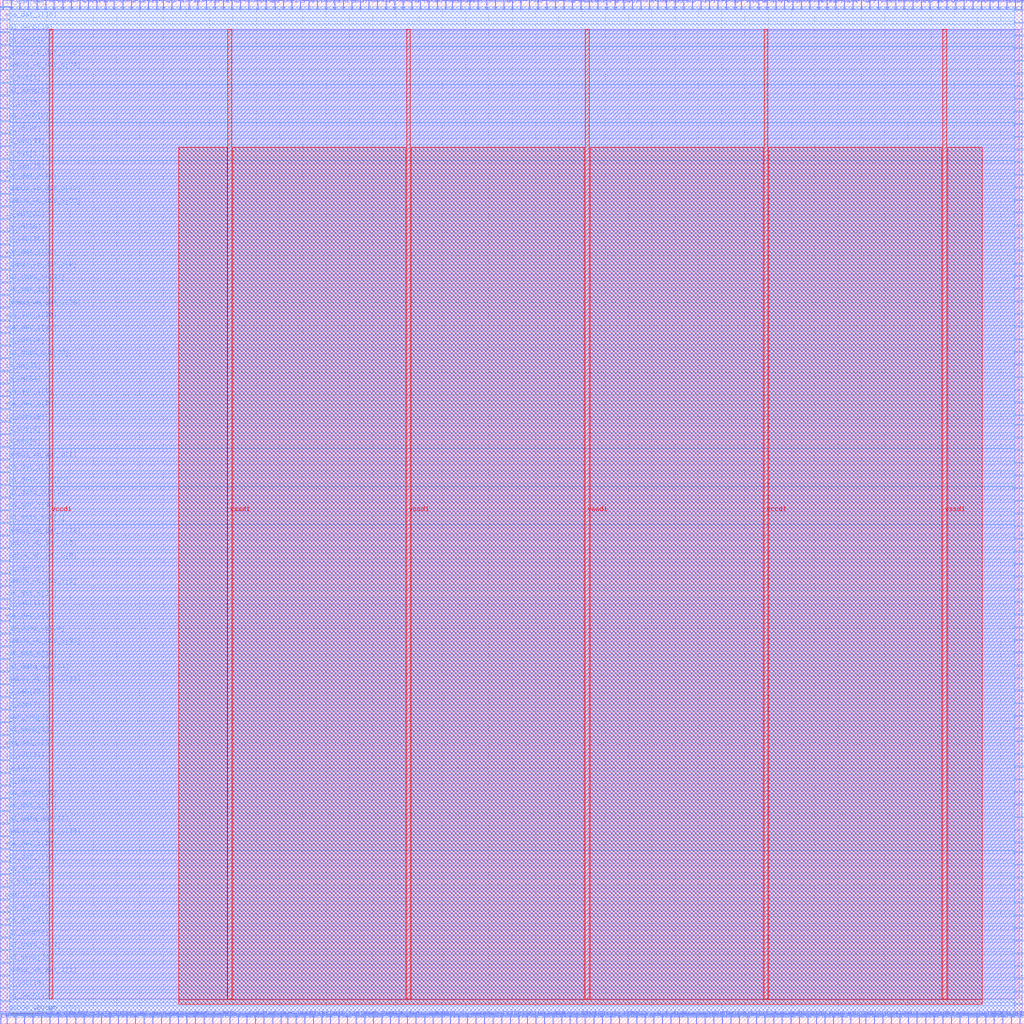
<source format=lef>
VERSION 5.7 ;
  NOWIREEXTENSIONATPIN ON ;
  DIVIDERCHAR "/" ;
  BUSBITCHARS "[]" ;
MACRO wrapped_spell
  CLASS BLOCK ;
  FOREIGN wrapped_spell ;
  ORIGIN 0.000 0.000 ;
  SIZE 440.000 BY 440.000 ;
  PIN active
    DIRECTION INPUT ;
    USE SIGNAL ;
    PORT
      LAYER met3 ;
        RECT 436.000 51.720 440.000 52.320 ;
    END
  END active
  PIN io_in[0]
    DIRECTION INPUT ;
    USE SIGNAL ;
    PORT
      LAYER met3 ;
        RECT 0.000 107.480 4.000 108.080 ;
    END
  END io_in[0]
  PIN io_in[10]
    DIRECTION INPUT ;
    USE SIGNAL ;
    PORT
      LAYER met2 ;
        RECT 371.770 0.000 372.050 4.000 ;
    END
  END io_in[10]
  PIN io_in[11]
    DIRECTION INPUT ;
    USE SIGNAL ;
    PORT
      LAYER met3 ;
        RECT 436.000 331.880 440.000 332.480 ;
    END
  END io_in[11]
  PIN io_in[12]
    DIRECTION INPUT ;
    USE SIGNAL ;
    PORT
      LAYER met3 ;
        RECT 436.000 402.600 440.000 403.200 ;
    END
  END io_in[12]
  PIN io_in[13]
    DIRECTION INPUT ;
    USE SIGNAL ;
    PORT
      LAYER met2 ;
        RECT 241.130 0.000 241.410 4.000 ;
    END
  END io_in[13]
  PIN io_in[14]
    DIRECTION INPUT ;
    USE SIGNAL ;
    PORT
      LAYER met2 ;
        RECT 258.610 0.000 258.890 4.000 ;
    END
  END io_in[14]
  PIN io_in[15]
    DIRECTION INPUT ;
    USE SIGNAL ;
    PORT
      LAYER met2 ;
        RECT 35.970 0.000 36.250 4.000 ;
    END
  END io_in[15]
  PIN io_in[16]
    DIRECTION INPUT ;
    USE SIGNAL ;
    PORT
      LAYER met3 ;
        RECT 436.000 191.800 440.000 192.400 ;
    END
  END io_in[16]
  PIN io_in[17]
    DIRECTION INPUT ;
    USE SIGNAL ;
    PORT
      LAYER met3 ;
        RECT 436.000 386.280 440.000 386.880 ;
    END
  END io_in[17]
  PIN io_in[18]
    DIRECTION INPUT ;
    USE SIGNAL ;
    PORT
      LAYER met2 ;
        RECT 43.330 0.000 43.610 4.000 ;
    END
  END io_in[18]
  PIN io_in[19]
    DIRECTION INPUT ;
    USE SIGNAL ;
    PORT
      LAYER met2 ;
        RECT 145.450 0.000 145.730 4.000 ;
    END
  END io_in[19]
  PIN io_in[1]
    DIRECTION INPUT ;
    USE SIGNAL ;
    PORT
      LAYER met2 ;
        RECT 26.770 436.000 27.050 440.000 ;
    END
  END io_in[1]
  PIN io_in[20]
    DIRECTION INPUT ;
    USE SIGNAL ;
    PORT
      LAYER met2 ;
        RECT 260.450 436.000 260.730 440.000 ;
    END
  END io_in[20]
  PIN io_in[21]
    DIRECTION INPUT ;
    USE SIGNAL ;
    PORT
      LAYER met3 ;
        RECT 0.000 280.200 4.000 280.800 ;
    END
  END io_in[21]
  PIN io_in[22]
    DIRECTION INPUT ;
    USE SIGNAL ;
    PORT
      LAYER met2 ;
        RECT 275.170 436.000 275.450 440.000 ;
    END
  END io_in[22]
  PIN io_in[23]
    DIRECTION INPUT ;
    USE SIGNAL ;
    PORT
      LAYER met2 ;
        RECT 355.210 436.000 355.490 440.000 ;
    END
  END io_in[23]
  PIN io_in[24]
    DIRECTION INPUT ;
    USE SIGNAL ;
    PORT
      LAYER met3 ;
        RECT 0.000 382.200 4.000 382.800 ;
    END
  END io_in[24]
  PIN io_in[25]
    DIRECTION INPUT ;
    USE SIGNAL ;
    PORT
      LAYER met2 ;
        RECT 399.370 436.000 399.650 440.000 ;
    END
  END io_in[25]
  PIN io_in[26]
    DIRECTION INPUT ;
    USE SIGNAL ;
    PORT
      LAYER met2 ;
        RECT 59.890 436.000 60.170 440.000 ;
    END
  END io_in[26]
  PIN io_in[27]
    DIRECTION INPUT ;
    USE SIGNAL ;
    PORT
      LAYER met2 ;
        RECT 262.290 0.000 262.570 4.000 ;
    END
  END io_in[27]
  PIN io_in[28]
    DIRECTION INPUT ;
    USE SIGNAL ;
    PORT
      LAYER met3 ;
        RECT 436.000 429.800 440.000 430.400 ;
    END
  END io_in[28]
  PIN io_in[29]
    DIRECTION INPUT ;
    USE SIGNAL ;
    PORT
      LAYER met3 ;
        RECT 436.000 272.040 440.000 272.640 ;
    END
  END io_in[29]
  PIN io_in[2]
    DIRECTION INPUT ;
    USE SIGNAL ;
    PORT
      LAYER met2 ;
        RECT 244.810 0.000 245.090 4.000 ;
    END
  END io_in[2]
  PIN io_in[30]
    DIRECTION INPUT ;
    USE SIGNAL ;
    PORT
      LAYER met3 ;
        RECT 0.000 393.080 4.000 393.680 ;
    END
  END io_in[30]
  PIN io_in[31]
    DIRECTION INPUT ;
    USE SIGNAL ;
    PORT
      LAYER met3 ;
        RECT 0.000 102.040 4.000 102.640 ;
    END
  END io_in[31]
  PIN io_in[32]
    DIRECTION INPUT ;
    USE SIGNAL ;
    PORT
      LAYER met2 ;
        RECT 123.370 0.000 123.650 4.000 ;
    END
  END io_in[32]
  PIN io_in[33]
    DIRECTION INPUT ;
    USE SIGNAL ;
    PORT
      LAYER met2 ;
        RECT 282.530 436.000 282.810 440.000 ;
    END
  END io_in[33]
  PIN io_in[34]
    DIRECTION INPUT ;
    USE SIGNAL ;
    PORT
      LAYER met3 ;
        RECT 0.000 274.760 4.000 275.360 ;
    END
  END io_in[34]
  PIN io_in[35]
    DIRECTION INPUT ;
    USE SIGNAL ;
    PORT
      LAYER met3 ;
        RECT 436.000 99.320 440.000 99.920 ;
    END
  END io_in[35]
  PIN io_in[36]
    DIRECTION INPUT ;
    USE SIGNAL ;
    PORT
      LAYER met3 ;
        RECT 0.000 340.040 4.000 340.640 ;
    END
  END io_in[36]
  PIN io_in[37]
    DIRECTION INPUT ;
    USE SIGNAL ;
    PORT
      LAYER met2 ;
        RECT 362.570 436.000 362.850 440.000 ;
    END
  END io_in[37]
  PIN io_in[3]
    DIRECTION INPUT ;
    USE SIGNAL ;
    PORT
      LAYER met2 ;
        RECT 196.970 0.000 197.250 4.000 ;
    END
  END io_in[3]
  PIN io_in[4]
    DIRECTION INPUT ;
    USE SIGNAL ;
    PORT
      LAYER met2 ;
        RECT 136.250 436.000 136.530 440.000 ;
    END
  END io_in[4]
  PIN io_in[5]
    DIRECTION INPUT ;
    USE SIGNAL ;
    PORT
      LAYER met2 ;
        RECT 293.570 436.000 293.850 440.000 ;
    END
  END io_in[5]
  PIN io_in[6]
    DIRECTION INPUT ;
    USE SIGNAL ;
    PORT
      LAYER met2 ;
        RECT 297.250 436.000 297.530 440.000 ;
    END
  END io_in[6]
  PIN io_in[7]
    DIRECTION INPUT ;
    USE SIGNAL ;
    PORT
      LAYER met2 ;
        RECT 88.410 436.000 88.690 440.000 ;
    END
  END io_in[7]
  PIN io_in[8]
    DIRECTION INPUT ;
    USE SIGNAL ;
    PORT
      LAYER met2 ;
        RECT 419.610 0.000 419.890 4.000 ;
    END
  END io_in[8]
  PIN io_in[9]
    DIRECTION INPUT ;
    USE SIGNAL ;
    PORT
      LAYER met2 ;
        RECT 52.530 436.000 52.810 440.000 ;
    END
  END io_in[9]
  PIN io_oeb[0]
    DIRECTION OUTPUT TRISTATE ;
    USE SIGNAL ;
    PORT
      LAYER met2 ;
        RECT 335.890 0.000 336.170 4.000 ;
    END
  END io_oeb[0]
  PIN io_oeb[10]
    DIRECTION OUTPUT TRISTATE ;
    USE SIGNAL ;
    PORT
      LAYER met3 ;
        RECT 436.000 29.960 440.000 30.560 ;
    END
  END io_oeb[10]
  PIN io_oeb[11]
    DIRECTION OUTPUT TRISTATE ;
    USE SIGNAL ;
    PORT
      LAYER met3 ;
        RECT 0.000 178.200 4.000 178.800 ;
    END
  END io_oeb[11]
  PIN io_oeb[12]
    DIRECTION OUTPUT TRISTATE ;
    USE SIGNAL ;
    PORT
      LAYER met3 ;
        RECT 436.000 277.480 440.000 278.080 ;
    END
  END io_oeb[12]
  PIN io_oeb[13]
    DIRECTION OUTPUT TRISTATE ;
    USE SIGNAL ;
    PORT
      LAYER met2 ;
        RECT 311.970 436.000 312.250 440.000 ;
    END
  END io_oeb[13]
  PIN io_oeb[14]
    DIRECTION OUTPUT TRISTATE ;
    USE SIGNAL ;
    PORT
      LAYER met2 ;
        RECT 48.850 436.000 49.130 440.000 ;
    END
  END io_oeb[14]
  PIN io_oeb[15]
    DIRECTION OUTPUT TRISTATE ;
    USE SIGNAL ;
    PORT
      LAYER met2 ;
        RECT 184.090 436.000 184.370 440.000 ;
    END
  END io_oeb[15]
  PIN io_oeb[16]
    DIRECTION OUTPUT TRISTATE ;
    USE SIGNAL ;
    PORT
      LAYER met2 ;
        RECT 299.090 0.000 299.370 4.000 ;
    END
  END io_oeb[16]
  PIN io_oeb[17]
    DIRECTION OUTPUT TRISTATE ;
    USE SIGNAL ;
    PORT
      LAYER met3 ;
        RECT 436.000 342.760 440.000 343.360 ;
    END
  END io_oeb[17]
  PIN io_oeb[18]
    DIRECTION OUTPUT TRISTATE ;
    USE SIGNAL ;
    PORT
      LAYER met2 ;
        RECT 114.170 436.000 114.450 440.000 ;
    END
  END io_oeb[18]
  PIN io_oeb[19]
    DIRECTION OUTPUT TRISTATE ;
    USE SIGNAL ;
    PORT
      LAYER met3 ;
        RECT 0.000 365.880 4.000 366.480 ;
    END
  END io_oeb[19]
  PIN io_oeb[1]
    DIRECTION OUTPUT TRISTATE ;
    USE SIGNAL ;
    PORT
      LAYER met2 ;
        RECT 37.810 436.000 38.090 440.000 ;
    END
  END io_oeb[1]
  PIN io_oeb[20]
    DIRECTION OUTPUT TRISTATE ;
    USE SIGNAL ;
    PORT
      LAYER met2 ;
        RECT 426.970 0.000 427.250 4.000 ;
    END
  END io_oeb[20]
  PIN io_oeb[21]
    DIRECTION OUTPUT TRISTATE ;
    USE SIGNAL ;
    PORT
      LAYER met2 ;
        RECT 178.570 0.000 178.850 4.000 ;
    END
  END io_oeb[21]
  PIN io_oeb[22]
    DIRECTION OUTPUT TRISTATE ;
    USE SIGNAL ;
    PORT
      LAYER met2 ;
        RECT 67.250 436.000 67.530 440.000 ;
    END
  END io_oeb[22]
  PIN io_oeb[23]
    DIRECTION OUTPUT TRISTATE ;
    USE SIGNAL ;
    PORT
      LAYER met2 ;
        RECT 390.170 0.000 390.450 4.000 ;
    END
  END io_oeb[23]
  PIN io_oeb[24]
    DIRECTION OUTPUT TRISTATE ;
    USE SIGNAL ;
    PORT
      LAYER met2 ;
        RECT 56.210 436.000 56.490 440.000 ;
    END
  END io_oeb[24]
  PIN io_oeb[25]
    DIRECTION OUTPUT TRISTATE ;
    USE SIGNAL ;
    PORT
      LAYER met3 ;
        RECT 0.000 140.120 4.000 140.720 ;
    END
  END io_oeb[25]
  PIN io_oeb[26]
    DIRECTION OUTPUT TRISTATE ;
    USE SIGNAL ;
    PORT
      LAYER met3 ;
        RECT 0.000 334.600 4.000 335.200 ;
    END
  END io_oeb[26]
  PIN io_oeb[27]
    DIRECTION OUTPUT TRISTATE ;
    USE SIGNAL ;
    PORT
      LAYER met3 ;
        RECT 436.000 104.760 440.000 105.360 ;
    END
  END io_oeb[27]
  PIN io_oeb[28]
    DIRECTION OUTPUT TRISTATE ;
    USE SIGNAL ;
    PORT
      LAYER met3 ;
        RECT 0.000 258.440 4.000 259.040 ;
    END
  END io_oeb[28]
  PIN io_oeb[29]
    DIRECTION OUTPUT TRISTATE ;
    USE SIGNAL ;
    PORT
      LAYER met2 ;
        RECT 230.090 0.000 230.370 4.000 ;
    END
  END io_oeb[29]
  PIN io_oeb[2]
    DIRECTION OUTPUT TRISTATE ;
    USE SIGNAL ;
    PORT
      LAYER met2 ;
        RECT 392.010 436.000 392.290 440.000 ;
    END
  END io_oeb[2]
  PIN io_oeb[30]
    DIRECTION OUTPUT TRISTATE ;
    USE SIGNAL ;
    PORT
      LAYER met3 ;
        RECT 436.000 115.640 440.000 116.240 ;
    END
  END io_oeb[30]
  PIN io_oeb[31]
    DIRECTION OUTPUT TRISTATE ;
    USE SIGNAL ;
    PORT
      LAYER met2 ;
        RECT 350.610 0.000 350.890 4.000 ;
    END
  END io_oeb[31]
  PIN io_oeb[32]
    DIRECTION OUTPUT TRISTATE ;
    USE SIGNAL ;
    PORT
      LAYER met2 ;
        RECT 286.210 436.000 286.490 440.000 ;
    END
  END io_oeb[32]
  PIN io_oeb[33]
    DIRECTION OUTPUT TRISTATE ;
    USE SIGNAL ;
    PORT
      LAYER met3 ;
        RECT 0.000 376.760 4.000 377.360 ;
    END
  END io_oeb[33]
  PIN io_oeb[34]
    DIRECTION OUTPUT TRISTATE ;
    USE SIGNAL ;
    PORT
      LAYER met2 ;
        RECT 278.850 436.000 279.130 440.000 ;
    END
  END io_oeb[34]
  PIN io_oeb[35]
    DIRECTION OUTPUT TRISTATE ;
    USE SIGNAL ;
    PORT
      LAYER met3 ;
        RECT 0.000 193.160 4.000 193.760 ;
    END
  END io_oeb[35]
  PIN io_oeb[36]
    DIRECTION OUTPUT TRISTATE ;
    USE SIGNAL ;
    PORT
      LAYER met3 ;
        RECT 436.000 391.720 440.000 392.320 ;
    END
  END io_oeb[36]
  PIN io_oeb[37]
    DIRECTION OUTPUT TRISTATE ;
    USE SIGNAL ;
    PORT
      LAYER met2 ;
        RECT 128.890 436.000 129.170 440.000 ;
    END
  END io_oeb[37]
  PIN io_oeb[3]
    DIRECTION OUTPUT TRISTATE ;
    USE SIGNAL ;
    PORT
      LAYER met2 ;
        RECT 379.130 0.000 379.410 4.000 ;
    END
  END io_oeb[3]
  PIN io_oeb[4]
    DIRECTION OUTPUT TRISTATE ;
    USE SIGNAL ;
    PORT
      LAYER met2 ;
        RECT 34.130 436.000 34.410 440.000 ;
    END
  END io_oeb[4]
  PIN io_oeb[5]
    DIRECTION OUTPUT TRISTATE ;
    USE SIGNAL ;
    PORT
      LAYER met2 ;
        RECT 12.050 436.000 12.330 440.000 ;
    END
  END io_oeb[5]
  PIN io_oeb[6]
    DIRECTION OUTPUT TRISTATE ;
    USE SIGNAL ;
    PORT
      LAYER met3 ;
        RECT 0.000 247.560 4.000 248.160 ;
    END
  END io_oeb[6]
  PIN io_oeb[7]
    DIRECTION OUTPUT TRISTATE ;
    USE SIGNAL ;
    PORT
      LAYER met3 ;
        RECT 0.000 134.680 4.000 135.280 ;
    END
  END io_oeb[7]
  PIN io_oeb[8]
    DIRECTION OUTPUT TRISTATE ;
    USE SIGNAL ;
    PORT
      LAYER met2 ;
        RECT 216.290 436.000 216.570 440.000 ;
    END
  END io_oeb[8]
  PIN io_oeb[9]
    DIRECTION OUTPUT TRISTATE ;
    USE SIGNAL ;
    PORT
      LAYER met2 ;
        RECT 310.130 0.000 310.410 4.000 ;
    END
  END io_oeb[9]
  PIN io_out[0]
    DIRECTION OUTPUT TRISTATE ;
    USE SIGNAL ;
    PORT
      LAYER met2 ;
        RECT 432.490 436.000 432.770 440.000 ;
    END
  END io_out[0]
  PIN io_out[10]
    DIRECTION OUTPUT TRISTATE ;
    USE SIGNAL ;
    PORT
      LAYER met3 ;
        RECT 436.000 282.920 440.000 283.520 ;
    END
  END io_out[10]
  PIN io_out[11]
    DIRECTION OUTPUT TRISTATE ;
    USE SIGNAL ;
    PORT
      LAYER met2 ;
        RECT 73.690 436.000 73.970 440.000 ;
    END
  END io_out[11]
  PIN io_out[12]
    DIRECTION OUTPUT TRISTATE ;
    USE SIGNAL ;
    PORT
      LAYER met2 ;
        RECT 304.610 436.000 304.890 440.000 ;
    END
  END io_out[12]
  PIN io_out[13]
    DIRECTION OUTPUT TRISTATE ;
    USE SIGNAL ;
    PORT
      LAYER met3 ;
        RECT 0.000 371.320 4.000 371.920 ;
    END
  END io_out[13]
  PIN io_out[14]
    DIRECTION OUTPUT TRISTATE ;
    USE SIGNAL ;
    PORT
      LAYER met3 ;
        RECT 0.000 436.600 4.000 437.200 ;
    END
  END io_out[14]
  PIN io_out[15]
    DIRECTION OUTPUT TRISTATE ;
    USE SIGNAL ;
    PORT
      LAYER met3 ;
        RECT 436.000 418.920 440.000 419.520 ;
    END
  END io_out[15]
  PIN io_out[16]
    DIRECTION OUTPUT TRISTATE ;
    USE SIGNAL ;
    PORT
      LAYER met2 ;
        RECT 117.850 436.000 118.130 440.000 ;
    END
  END io_out[16]
  PIN io_out[17]
    DIRECTION OUTPUT TRISTATE ;
    USE SIGNAL ;
    PORT
      LAYER met2 ;
        RECT 256.770 436.000 257.050 440.000 ;
    END
  END io_out[17]
  PIN io_out[18]
    DIRECTION OUTPUT TRISTATE ;
    USE SIGNAL ;
    PORT
      LAYER met3 ;
        RECT 0.000 15.000 4.000 15.600 ;
    END
  END io_out[18]
  PIN io_out[19]
    DIRECTION OUTPUT TRISTATE ;
    USE SIGNAL ;
    PORT
      LAYER met2 ;
        RECT 72.770 0.000 73.050 4.000 ;
    END
  END io_out[19]
  PIN io_out[1]
    DIRECTION OUTPUT TRISTATE ;
    USE SIGNAL ;
    PORT
      LAYER met3 ;
        RECT 0.000 403.960 4.000 404.560 ;
    END
  END io_out[1]
  PIN io_out[20]
    DIRECTION OUTPUT TRISTATE ;
    USE SIGNAL ;
    PORT
      LAYER met3 ;
        RECT 436.000 180.920 440.000 181.520 ;
    END
  END io_out[20]
  PIN io_out[21]
    DIRECTION OUTPUT TRISTATE ;
    USE SIGNAL ;
    PORT
      LAYER met3 ;
        RECT 0.000 112.920 4.000 113.520 ;
    END
  END io_out[21]
  PIN io_out[22]
    DIRECTION OUTPUT TRISTATE ;
    USE SIGNAL ;
    PORT
      LAYER met3 ;
        RECT 0.000 58.520 4.000 59.120 ;
    END
  END io_out[22]
  PIN io_out[23]
    DIRECTION OUTPUT TRISTATE ;
    USE SIGNAL ;
    PORT
      LAYER met2 ;
        RECT 397.530 0.000 397.810 4.000 ;
    END
  END io_out[23]
  PIN io_out[24]
    DIRECTION OUTPUT TRISTATE ;
    USE SIGNAL ;
    PORT
      LAYER met3 ;
        RECT 0.000 291.080 4.000 291.680 ;
    END
  END io_out[24]
  PIN io_out[25]
    DIRECTION OUTPUT TRISTATE ;
    USE SIGNAL ;
    PORT
      LAYER met2 ;
        RECT 357.970 0.000 358.250 4.000 ;
    END
  END io_out[25]
  PIN io_out[26]
    DIRECTION OUTPUT TRISTATE ;
    USE SIGNAL ;
    PORT
      LAYER met3 ;
        RECT 436.000 375.400 440.000 376.000 ;
    END
  END io_out[26]
  PIN io_out[27]
    DIRECTION OUTPUT TRISTATE ;
    USE SIGNAL ;
    PORT
      LAYER met3 ;
        RECT 436.000 68.040 440.000 68.640 ;
    END
  END io_out[27]
  PIN io_out[28]
    DIRECTION OUTPUT TRISTATE ;
    USE SIGNAL ;
    PORT
      LAYER met2 ;
        RECT 171.210 0.000 171.490 4.000 ;
    END
  END io_out[28]
  PIN io_out[29]
    DIRECTION OUTPUT TRISTATE ;
    USE SIGNAL ;
    PORT
      LAYER met2 ;
        RECT 81.050 436.000 81.330 440.000 ;
    END
  END io_out[29]
  PIN io_out[2]
    DIRECTION OUTPUT TRISTATE ;
    USE SIGNAL ;
    PORT
      LAYER met2 ;
        RECT 253.090 436.000 253.370 440.000 ;
    END
  END io_out[2]
  PIN io_out[30]
    DIRECTION OUTPUT TRISTATE ;
    USE SIGNAL ;
    PORT
      LAYER met3 ;
        RECT 436.000 293.800 440.000 294.400 ;
    END
  END io_out[30]
  PIN io_out[31]
    DIRECTION OUTPUT TRISTATE ;
    USE SIGNAL ;
    PORT
      LAYER met2 ;
        RECT 340.490 436.000 340.770 440.000 ;
    END
  END io_out[31]
  PIN io_out[32]
    DIRECTION OUTPUT TRISTATE ;
    USE SIGNAL ;
    PORT
      LAYER met3 ;
        RECT 0.000 345.480 4.000 346.080 ;
    END
  END io_out[32]
  PIN io_out[33]
    DIRECTION OUTPUT TRISTATE ;
    USE SIGNAL ;
    PORT
      LAYER met2 ;
        RECT 343.250 0.000 343.530 4.000 ;
    END
  END io_out[33]
  PIN io_out[34]
    DIRECTION OUTPUT TRISTATE ;
    USE SIGNAL ;
    PORT
      LAYER met2 ;
        RECT 130.730 0.000 131.010 4.000 ;
    END
  END io_out[34]
  PIN io_out[35]
    DIRECTION OUTPUT TRISTATE ;
    USE SIGNAL ;
    PORT
      LAYER met2 ;
        RECT 162.010 436.000 162.290 440.000 ;
    END
  END io_out[35]
  PIN io_out[36]
    DIRECTION OUTPUT TRISTATE ;
    USE SIGNAL ;
    PORT
      LAYER met2 ;
        RECT 234.690 436.000 234.970 440.000 ;
    END
  END io_out[36]
  PIN io_out[37]
    DIRECTION OUTPUT TRISTATE ;
    USE SIGNAL ;
    PORT
      LAYER met2 ;
        RECT 421.450 436.000 421.730 440.000 ;
    END
  END io_out[37]
  PIN io_out[3]
    DIRECTION OUTPUT TRISTATE ;
    USE SIGNAL ;
    PORT
      LAYER met2 ;
        RECT 197.890 436.000 198.170 440.000 ;
    END
  END io_out[3]
  PIN io_out[4]
    DIRECTION OUTPUT TRISTATE ;
    USE SIGNAL ;
    PORT
      LAYER met2 ;
        RECT 70.010 436.000 70.290 440.000 ;
    END
  END io_out[4]
  PIN io_out[5]
    DIRECTION OUTPUT TRISTATE ;
    USE SIGNAL ;
    PORT
      LAYER met2 ;
        RECT 139.930 436.000 140.210 440.000 ;
    END
  END io_out[5]
  PIN io_out[6]
    DIRECTION OUTPUT TRISTATE ;
    USE SIGNAL ;
    PORT
      LAYER met3 ;
        RECT 0.000 253.000 4.000 253.600 ;
    END
  END io_out[6]
  PIN io_out[7]
    DIRECTION OUTPUT TRISTATE ;
    USE SIGNAL ;
    PORT
      LAYER met3 ;
        RECT 436.000 2.760 440.000 3.360 ;
    END
  END io_out[7]
  PIN io_out[8]
    DIRECTION OUTPUT TRISTATE ;
    USE SIGNAL ;
    PORT
      LAYER met2 ;
        RECT 92.090 436.000 92.370 440.000 ;
    END
  END io_out[8]
  PIN io_out[9]
    DIRECTION OUTPUT TRISTATE ;
    USE SIGNAL ;
    PORT
      LAYER met2 ;
        RECT 415.930 0.000 416.210 4.000 ;
    END
  END io_out[9]
  PIN la1_data_in[0]
    DIRECTION INPUT ;
    USE SIGNAL ;
    PORT
      LAYER met2 ;
        RECT 271.490 436.000 271.770 440.000 ;
    END
  END la1_data_in[0]
  PIN la1_data_in[10]
    DIRECTION INPUT ;
    USE SIGNAL ;
    PORT
      LAYER met2 ;
        RECT 77.370 436.000 77.650 440.000 ;
    END
  END la1_data_in[10]
  PIN la1_data_in[11]
    DIRECTION INPUT ;
    USE SIGNAL ;
    PORT
      LAYER met2 ;
        RECT 158.330 436.000 158.610 440.000 ;
    END
  END la1_data_in[11]
  PIN la1_data_in[12]
    DIRECTION INPUT ;
    USE SIGNAL ;
    PORT
      LAYER met2 ;
        RECT 438.010 0.000 438.290 4.000 ;
    END
  END la1_data_in[12]
  PIN la1_data_in[13]
    DIRECTION INPUT ;
    USE SIGNAL ;
    PORT
      LAYER met2 ;
        RECT 215.370 0.000 215.650 4.000 ;
    END
  END la1_data_in[13]
  PIN la1_data_in[14]
    DIRECTION INPUT ;
    USE SIGNAL ;
    PORT
      LAYER met2 ;
        RECT 306.450 0.000 306.730 4.000 ;
    END
  END la1_data_in[14]
  PIN la1_data_in[15]
    DIRECTION INPUT ;
    USE SIGNAL ;
    PORT
      LAYER met3 ;
        RECT 436.000 24.520 440.000 25.120 ;
    END
  END la1_data_in[15]
  PIN la1_data_in[16]
    DIRECTION INPUT ;
    USE SIGNAL ;
    PORT
      LAYER met2 ;
        RECT 109.570 0.000 109.850 4.000 ;
    END
  END la1_data_in[16]
  PIN la1_data_in[17]
    DIRECTION INPUT ;
    USE SIGNAL ;
    PORT
      LAYER met2 ;
        RECT 434.330 0.000 434.610 4.000 ;
    END
  END la1_data_in[17]
  PIN la1_data_in[18]
    DIRECTION INPUT ;
    USE SIGNAL ;
    PORT
      LAYER met3 ;
        RECT 436.000 110.200 440.000 110.800 ;
    END
  END la1_data_in[18]
  PIN la1_data_in[19]
    DIRECTION INPUT ;
    USE SIGNAL ;
    PORT
      LAYER met2 ;
        RECT 384.650 436.000 384.930 440.000 ;
    END
  END la1_data_in[19]
  PIN la1_data_in[1]
    DIRECTION INPUT ;
    USE SIGNAL ;
    PORT
      LAYER met2 ;
        RECT 403.050 436.000 403.330 440.000 ;
    END
  END la1_data_in[1]
  PIN la1_data_in[20]
    DIRECTION INPUT ;
    USE SIGNAL ;
    PORT
      LAYER met3 ;
        RECT 436.000 408.040 440.000 408.640 ;
    END
  END la1_data_in[20]
  PIN la1_data_in[21]
    DIRECTION INPUT ;
    USE SIGNAL ;
    PORT
      LAYER met3 ;
        RECT 436.000 353.640 440.000 354.240 ;
    END
  END la1_data_in[21]
  PIN la1_data_in[22]
    DIRECTION INPUT ;
    USE SIGNAL ;
    PORT
      LAYER met2 ;
        RECT 332.210 0.000 332.490 4.000 ;
    END
  END la1_data_in[22]
  PIN la1_data_in[23]
    DIRECTION INPUT ;
    USE SIGNAL ;
    PORT
      LAYER met2 ;
        RECT 318.410 436.000 318.690 440.000 ;
    END
  END la1_data_in[23]
  PIN la1_data_in[24]
    DIRECTION INPUT ;
    USE SIGNAL ;
    PORT
      LAYER met3 ;
        RECT 0.000 167.320 4.000 167.920 ;
    END
  END la1_data_in[24]
  PIN la1_data_in[25]
    DIRECTION INPUT ;
    USE SIGNAL ;
    PORT
      LAYER met2 ;
        RECT 347.850 436.000 348.130 440.000 ;
    END
  END la1_data_in[25]
  PIN la1_data_in[26]
    DIRECTION INPUT ;
    USE SIGNAL ;
    PORT
      LAYER met2 ;
        RECT 373.610 436.000 373.890 440.000 ;
    END
  END la1_data_in[26]
  PIN la1_data_in[27]
    DIRECTION INPUT ;
    USE SIGNAL ;
    PORT
      LAYER met2 ;
        RECT 428.810 436.000 429.090 440.000 ;
    END
  END la1_data_in[27]
  PIN la1_data_in[28]
    DIRECTION INPUT ;
    USE SIGNAL ;
    PORT
      LAYER met3 ;
        RECT 436.000 435.240 440.000 435.840 ;
    END
  END la1_data_in[28]
  PIN la1_data_in[29]
    DIRECTION INPUT ;
    USE SIGNAL ;
    PORT
      LAYER met2 ;
        RECT 120.610 0.000 120.890 4.000 ;
    END
  END la1_data_in[29]
  PIN la1_data_in[2]
    DIRECTION INPUT ;
    USE SIGNAL ;
    PORT
      LAYER met2 ;
        RECT 167.530 0.000 167.810 4.000 ;
    END
  END la1_data_in[2]
  PIN la1_data_in[30]
    DIRECTION INPUT ;
    USE SIGNAL ;
    PORT
      LAYER met3 ;
        RECT 436.000 266.600 440.000 267.200 ;
    END
  END la1_data_in[30]
  PIN la1_data_in[31]
    DIRECTION INPUT ;
    USE SIGNAL ;
    PORT
      LAYER met3 ;
        RECT 0.000 318.280 4.000 318.880 ;
    END
  END la1_data_in[31]
  PIN la1_data_in[3]
    DIRECTION INPUT ;
    USE SIGNAL ;
    PORT
      LAYER met3 ;
        RECT 0.000 31.320 4.000 31.920 ;
    END
  END la1_data_in[3]
  PIN la1_data_in[4]
    DIRECTION INPUT ;
    USE SIGNAL ;
    PORT
      LAYER met2 ;
        RECT 333.130 436.000 333.410 440.000 ;
    END
  END la1_data_in[4]
  PIN la1_data_in[5]
    DIRECTION INPUT ;
    USE SIGNAL ;
    PORT
      LAYER met2 ;
        RECT 251.250 0.000 251.530 4.000 ;
    END
  END la1_data_in[5]
  PIN la1_data_in[6]
    DIRECTION INPUT ;
    USE SIGNAL ;
    PORT
      LAYER met2 ;
        RECT 219.050 0.000 219.330 4.000 ;
    END
  END la1_data_in[6]
  PIN la1_data_in[7]
    DIRECTION INPUT ;
    USE SIGNAL ;
    PORT
      LAYER met2 ;
        RECT 132.570 436.000 132.850 440.000 ;
    END
  END la1_data_in[7]
  PIN la1_data_in[8]
    DIRECTION INPUT ;
    USE SIGNAL ;
    PORT
      LAYER met2 ;
        RECT 269.650 0.000 269.930 4.000 ;
    END
  END la1_data_in[8]
  PIN la1_data_in[9]
    DIRECTION INPUT ;
    USE SIGNAL ;
    PORT
      LAYER met2 ;
        RECT 87.490 0.000 87.770 4.000 ;
    END
  END la1_data_in[9]
  PIN la1_data_out[0]
    DIRECTION OUTPUT TRISTATE ;
    USE SIGNAL ;
    PORT
      LAYER met2 ;
        RECT 231.010 436.000 231.290 440.000 ;
    END
  END la1_data_out[0]
  PIN la1_data_out[10]
    DIRECTION OUTPUT TRISTATE ;
    USE SIGNAL ;
    PORT
      LAYER met2 ;
        RECT 163.850 0.000 164.130 4.000 ;
    END
  END la1_data_out[10]
  PIN la1_data_out[11]
    DIRECTION OUTPUT TRISTATE ;
    USE SIGNAL ;
    PORT
      LAYER met3 ;
        RECT 0.000 85.720 4.000 86.320 ;
    END
  END la1_data_out[11]
  PIN la1_data_out[12]
    DIRECTION OUTPUT TRISTATE ;
    USE SIGNAL ;
    PORT
      LAYER met3 ;
        RECT 436.000 235.320 440.000 235.920 ;
    END
  END la1_data_out[12]
  PIN la1_data_out[13]
    DIRECTION OUTPUT TRISTATE ;
    USE SIGNAL ;
    PORT
      LAYER met3 ;
        RECT 436.000 19.080 440.000 19.680 ;
    END
  END la1_data_out[13]
  PIN la1_data_out[14]
    DIRECTION OUTPUT TRISTATE ;
    USE SIGNAL ;
    PORT
      LAYER met3 ;
        RECT 0.000 151.000 4.000 151.600 ;
    END
  END la1_data_out[14]
  PIN la1_data_out[15]
    DIRECTION OUTPUT TRISTATE ;
    USE SIGNAL ;
    PORT
      LAYER met2 ;
        RECT 237.450 0.000 237.730 4.000 ;
    END
  END la1_data_out[15]
  PIN la1_data_out[16]
    DIRECTION OUTPUT TRISTATE ;
    USE SIGNAL ;
    PORT
      LAYER met2 ;
        RECT 1.010 436.000 1.290 440.000 ;
    END
  END la1_data_out[16]
  PIN la1_data_out[17]
    DIRECTION OUTPUT TRISTATE ;
    USE SIGNAL ;
    PORT
      LAYER met2 ;
        RECT 127.050 0.000 127.330 4.000 ;
    END
  END la1_data_out[17]
  PIN la1_data_out[18]
    DIRECTION OUTPUT TRISTATE ;
    USE SIGNAL ;
    PORT
      LAYER met2 ;
        RECT 152.810 0.000 153.090 4.000 ;
    END
  END la1_data_out[18]
  PIN la1_data_out[19]
    DIRECTION OUTPUT TRISTATE ;
    USE SIGNAL ;
    PORT
      LAYER met2 ;
        RECT 61.730 0.000 62.010 4.000 ;
    END
  END la1_data_out[19]
  PIN la1_data_out[1]
    DIRECTION OUTPUT TRISTATE ;
    USE SIGNAL ;
    PORT
      LAYER met3 ;
        RECT 436.000 126.520 440.000 127.120 ;
    END
  END la1_data_out[1]
  PIN la1_data_out[20]
    DIRECTION OUTPUT TRISTATE ;
    USE SIGNAL ;
    PORT
      LAYER met3 ;
        RECT 0.000 231.240 4.000 231.840 ;
    END
  END la1_data_out[20]
  PIN la1_data_out[21]
    DIRECTION OUTPUT TRISTATE ;
    USE SIGNAL ;
    PORT
      LAYER met2 ;
        RECT 30.450 436.000 30.730 440.000 ;
    END
  END la1_data_out[21]
  PIN la1_data_out[22]
    DIRECTION OUTPUT TRISTATE ;
    USE SIGNAL ;
    PORT
      LAYER met3 ;
        RECT 0.000 225.800 4.000 226.400 ;
    END
  END la1_data_out[22]
  PIN la1_data_out[23]
    DIRECTION OUTPUT TRISTATE ;
    USE SIGNAL ;
    PORT
      LAYER met2 ;
        RECT 169.370 436.000 169.650 440.000 ;
    END
  END la1_data_out[23]
  PIN la1_data_out[24]
    DIRECTION OUTPUT TRISTATE ;
    USE SIGNAL ;
    PORT
      LAYER met2 ;
        RECT 45.170 436.000 45.450 440.000 ;
    END
  END la1_data_out[24]
  PIN la1_data_out[25]
    DIRECTION OUTPUT TRISTATE ;
    USE SIGNAL ;
    PORT
      LAYER met3 ;
        RECT 436.000 337.320 440.000 337.920 ;
    END
  END la1_data_out[25]
  PIN la1_data_out[26]
    DIRECTION OUTPUT TRISTATE ;
    USE SIGNAL ;
    PORT
      LAYER met2 ;
        RECT 414.090 436.000 414.370 440.000 ;
    END
  END la1_data_out[26]
  PIN la1_data_out[27]
    DIRECTION OUTPUT TRISTATE ;
    USE SIGNAL ;
    PORT
      LAYER met3 ;
        RECT 436.000 142.840 440.000 143.440 ;
    END
  END la1_data_out[27]
  PIN la1_data_out[28]
    DIRECTION OUTPUT TRISTATE ;
    USE SIGNAL ;
    PORT
      LAYER met2 ;
        RECT 289.890 436.000 290.170 440.000 ;
    END
  END la1_data_out[28]
  PIN la1_data_out[29]
    DIRECTION OUTPUT TRISTATE ;
    USE SIGNAL ;
    PORT
      LAYER met3 ;
        RECT 0.000 285.640 4.000 286.240 ;
    END
  END la1_data_out[29]
  PIN la1_data_out[2]
    DIRECTION OUTPUT TRISTATE ;
    USE SIGNAL ;
    PORT
      LAYER met2 ;
        RECT 113.250 0.000 113.530 4.000 ;
    END
  END la1_data_out[2]
  PIN la1_data_out[30]
    DIRECTION OUTPUT TRISTATE ;
    USE SIGNAL ;
    PORT
      LAYER met2 ;
        RECT 134.410 0.000 134.690 4.000 ;
    END
  END la1_data_out[30]
  PIN la1_data_out[31]
    DIRECTION OUTPUT TRISTATE ;
    USE SIGNAL ;
    PORT
      LAYER met3 ;
        RECT 436.000 93.880 440.000 94.480 ;
    END
  END la1_data_out[31]
  PIN la1_data_out[3]
    DIRECTION OUTPUT TRISTATE ;
    USE SIGNAL ;
    PORT
      LAYER met3 ;
        RECT 0.000 214.920 4.000 215.520 ;
    END
  END la1_data_out[3]
  PIN la1_data_out[4]
    DIRECTION OUTPUT TRISTATE ;
    USE SIGNAL ;
    PORT
      LAYER met2 ;
        RECT 154.650 436.000 154.930 440.000 ;
    END
  END la1_data_out[4]
  PIN la1_data_out[5]
    DIRECTION OUTPUT TRISTATE ;
    USE SIGNAL ;
    PORT
      LAYER met2 ;
        RECT 267.810 436.000 268.090 440.000 ;
    END
  END la1_data_out[5]
  PIN la1_data_out[6]
    DIRECTION OUTPUT TRISTATE ;
    USE SIGNAL ;
    PORT
      LAYER met3 ;
        RECT 436.000 310.120 440.000 310.720 ;
    END
  END la1_data_out[6]
  PIN la1_data_out[7]
    DIRECTION OUTPUT TRISTATE ;
    USE SIGNAL ;
    PORT
      LAYER met2 ;
        RECT 223.650 436.000 223.930 440.000 ;
    END
  END la1_data_out[7]
  PIN la1_data_out[8]
    DIRECTION OUTPUT TRISTATE ;
    USE SIGNAL ;
    PORT
      LAYER met3 ;
        RECT 436.000 369.960 440.000 370.560 ;
    END
  END la1_data_out[8]
  PIN la1_data_out[9]
    DIRECTION OUTPUT TRISTATE ;
    USE SIGNAL ;
    PORT
      LAYER met2 ;
        RECT 404.890 0.000 405.170 4.000 ;
    END
  END la1_data_out[9]
  PIN la1_oenb[0]
    DIRECTION INPUT ;
    USE SIGNAL ;
    PORT
      LAYER met2 ;
        RECT 377.290 436.000 377.570 440.000 ;
    END
  END la1_oenb[0]
  PIN la1_oenb[10]
    DIRECTION INPUT ;
    USE SIGNAL ;
    PORT
      LAYER met3 ;
        RECT 0.000 9.560 4.000 10.160 ;
    END
  END la1_oenb[10]
  PIN la1_oenb[11]
    DIRECTION INPUT ;
    USE SIGNAL ;
    PORT
      LAYER met2 ;
        RECT 105.890 0.000 106.170 4.000 ;
    END
  END la1_oenb[11]
  PIN la1_oenb[12]
    DIRECTION INPUT ;
    USE SIGNAL ;
    PORT
      LAYER met3 ;
        RECT 0.000 123.800 4.000 124.400 ;
    END
  END la1_oenb[12]
  PIN la1_oenb[13]
    DIRECTION INPUT ;
    USE SIGNAL ;
    PORT
      LAYER met2 ;
        RECT 193.290 0.000 193.570 4.000 ;
    END
  END la1_oenb[13]
  PIN la1_oenb[14]
    DIRECTION INPUT ;
    USE SIGNAL ;
    PORT
      LAYER met2 ;
        RECT 147.290 436.000 147.570 440.000 ;
    END
  END la1_oenb[14]
  PIN la1_oenb[15]
    DIRECTION INPUT ;
    USE SIGNAL ;
    PORT
      LAYER met2 ;
        RECT 50.690 0.000 50.970 4.000 ;
    END
  END la1_oenb[15]
  PIN la1_oenb[16]
    DIRECTION INPUT ;
    USE SIGNAL ;
    PORT
      LAYER met2 ;
        RECT 99.450 436.000 99.730 440.000 ;
    END
  END la1_oenb[16]
  PIN la1_oenb[17]
    DIRECTION INPUT ;
    USE SIGNAL ;
    PORT
      LAYER met2 ;
        RECT 156.490 0.000 156.770 4.000 ;
    END
  END la1_oenb[17]
  PIN la1_oenb[18]
    DIRECTION INPUT ;
    USE SIGNAL ;
    PORT
      LAYER met2 ;
        RECT 106.810 436.000 107.090 440.000 ;
    END
  END la1_oenb[18]
  PIN la1_oenb[19]
    DIRECTION INPUT ;
    USE SIGNAL ;
    PORT
      LAYER met3 ;
        RECT 0.000 425.720 4.000 426.320 ;
    END
  END la1_oenb[19]
  PIN la1_oenb[1]
    DIRECTION INPUT ;
    USE SIGNAL ;
    PORT
      LAYER met2 ;
        RECT 208.930 436.000 209.210 440.000 ;
    END
  END la1_oenb[1]
  PIN la1_oenb[20]
    DIRECTION INPUT ;
    USE SIGNAL ;
    PORT
      LAYER met3 ;
        RECT 0.000 420.280 4.000 420.880 ;
    END
  END la1_oenb[20]
  PIN la1_oenb[21]
    DIRECTION INPUT ;
    USE SIGNAL ;
    PORT
      LAYER met2 ;
        RECT 423.290 0.000 423.570 4.000 ;
    END
  END la1_oenb[21]
  PIN la1_oenb[22]
    DIRECTION INPUT ;
    USE SIGNAL ;
    PORT
      LAYER met2 ;
        RECT 174.890 0.000 175.170 4.000 ;
    END
  END la1_oenb[22]
  PIN la1_oenb[23]
    DIRECTION INPUT ;
    USE SIGNAL ;
    PORT
      LAYER met2 ;
        RECT 98.530 0.000 98.810 4.000 ;
    END
  END la1_oenb[23]
  PIN la1_oenb[24]
    DIRECTION INPUT ;
    USE SIGNAL ;
    PORT
      LAYER met3 ;
        RECT 436.000 304.680 440.000 305.280 ;
    END
  END la1_oenb[24]
  PIN la1_oenb[25]
    DIRECTION INPUT ;
    USE SIGNAL ;
    PORT
      LAYER met3 ;
        RECT 436.000 88.440 440.000 89.040 ;
    END
  END la1_oenb[25]
  PIN la1_oenb[26]
    DIRECTION INPUT ;
    USE SIGNAL ;
    PORT
      LAYER met2 ;
        RECT 365.330 0.000 365.610 4.000 ;
    END
  END la1_oenb[26]
  PIN la1_oenb[27]
    DIRECTION INPUT ;
    USE SIGNAL ;
    PORT
      LAYER met2 ;
        RECT 212.610 436.000 212.890 440.000 ;
    END
  END la1_oenb[27]
  PIN la1_oenb[28]
    DIRECTION INPUT ;
    USE SIGNAL ;
    PORT
      LAYER met2 ;
        RECT 344.170 436.000 344.450 440.000 ;
    END
  END la1_oenb[28]
  PIN la1_oenb[29]
    DIRECTION INPUT ;
    USE SIGNAL ;
    PORT
      LAYER met3 ;
        RECT 0.000 25.880 4.000 26.480 ;
    END
  END la1_oenb[29]
  PIN la1_oenb[2]
    DIRECTION INPUT ;
    USE SIGNAL ;
    PORT
      LAYER met3 ;
        RECT 0.000 387.640 4.000 388.240 ;
    END
  END la1_oenb[2]
  PIN la1_oenb[30]
    DIRECTION INPUT ;
    USE SIGNAL ;
    PORT
      LAYER met2 ;
        RECT 249.410 436.000 249.690 440.000 ;
    END
  END la1_oenb[30]
  PIN la1_oenb[31]
    DIRECTION INPUT ;
    USE SIGNAL ;
    PORT
      LAYER met2 ;
        RECT 21.250 0.000 21.530 4.000 ;
    END
  END la1_oenb[31]
  PIN la1_oenb[3]
    DIRECTION INPUT ;
    USE SIGNAL ;
    PORT
      LAYER met2 ;
        RECT 149.130 0.000 149.410 4.000 ;
    END
  END la1_oenb[3]
  PIN la1_oenb[4]
    DIRECTION INPUT ;
    USE SIGNAL ;
    PORT
      LAYER met3 ;
        RECT 0.000 36.760 4.000 37.360 ;
    END
  END la1_oenb[4]
  PIN la1_oenb[5]
    DIRECTION INPUT ;
    USE SIGNAL ;
    PORT
      LAYER met2 ;
        RECT 328.530 0.000 328.810 4.000 ;
    END
  END la1_oenb[5]
  PIN la1_oenb[6]
    DIRECTION INPUT ;
    USE SIGNAL ;
    PORT
      LAYER met3 ;
        RECT 0.000 398.520 4.000 399.120 ;
    END
  END la1_oenb[6]
  PIN la1_oenb[7]
    DIRECTION INPUT ;
    USE SIGNAL ;
    PORT
      LAYER met2 ;
        RECT 83.810 0.000 84.090 4.000 ;
    END
  END la1_oenb[7]
  PIN la1_oenb[8]
    DIRECTION INPUT ;
    USE SIGNAL ;
    PORT
      LAYER met2 ;
        RECT 324.850 0.000 325.130 4.000 ;
    END
  END la1_oenb[8]
  PIN la1_oenb[9]
    DIRECTION INPUT ;
    USE SIGNAL ;
    PORT
      LAYER met3 ;
        RECT 436.000 153.720 440.000 154.320 ;
    END
  END la1_oenb[9]
  PIN rambus_wb_ack_i
    DIRECTION INPUT ;
    USE SIGNAL ;
    PORT
      LAYER met2 ;
        RECT 143.610 436.000 143.890 440.000 ;
    END
  END rambus_wb_ack_i
  PIN rambus_wb_adr_o[0]
    DIRECTION OUTPUT TRISTATE ;
    USE SIGNAL ;
    PORT
      LAYER met3 ;
        RECT 0.000 204.040 4.000 204.640 ;
    END
  END rambus_wb_adr_o[0]
  PIN rambus_wb_adr_o[1]
    DIRECTION OUTPUT TRISTATE ;
    USE SIGNAL ;
    PORT
      LAYER met3 ;
        RECT 0.000 242.120 4.000 242.720 ;
    END
  END rambus_wb_adr_o[1]
  PIN rambus_wb_adr_o[2]
    DIRECTION OUTPUT TRISTATE ;
    USE SIGNAL ;
    PORT
      LAYER met2 ;
        RECT 15.730 436.000 16.010 440.000 ;
    END
  END rambus_wb_adr_o[2]
  PIN rambus_wb_adr_o[3]
    DIRECTION OUTPUT TRISTATE ;
    USE SIGNAL ;
    PORT
      LAYER met2 ;
        RECT 176.730 436.000 177.010 440.000 ;
    END
  END rambus_wb_adr_o[3]
  PIN rambus_wb_adr_o[4]
    DIRECTION OUTPUT TRISTATE ;
    USE SIGNAL ;
    PORT
      LAYER met2 ;
        RECT 242.050 436.000 242.330 440.000 ;
    END
  END rambus_wb_adr_o[4]
  PIN rambus_wb_adr_o[5]
    DIRECTION OUTPUT TRISTATE ;
    USE SIGNAL ;
    PORT
      LAYER met3 ;
        RECT 436.000 8.200 440.000 8.800 ;
    END
  END rambus_wb_adr_o[5]
  PIN rambus_wb_adr_o[6]
    DIRECTION OUTPUT TRISTATE ;
    USE SIGNAL ;
    PORT
      LAYER met2 ;
        RECT 369.930 436.000 370.210 440.000 ;
    END
  END rambus_wb_adr_o[6]
  PIN rambus_wb_adr_o[7]
    DIRECTION OUTPUT TRISTATE ;
    USE SIGNAL ;
    PORT
      LAYER met3 ;
        RECT 436.000 251.640 440.000 252.240 ;
    END
  END rambus_wb_adr_o[7]
  PIN rambus_wb_adr_o[8]
    DIRECTION OUTPUT TRISTATE ;
    USE SIGNAL ;
    PORT
      LAYER met3 ;
        RECT 436.000 359.080 440.000 359.680 ;
    END
  END rambus_wb_adr_o[8]
  PIN rambus_wb_adr_o[9]
    DIRECTION OUTPUT TRISTATE ;
    USE SIGNAL ;
    PORT
      LAYER met3 ;
        RECT 0.000 198.600 4.000 199.200 ;
    END
  END rambus_wb_adr_o[9]
  PIN rambus_wb_clk_o
    DIRECTION OUTPUT TRISTATE ;
    USE SIGNAL ;
    PORT
      LAYER met2 ;
        RECT 194.210 436.000 194.490 440.000 ;
    END
  END rambus_wb_clk_o
  PIN rambus_wb_cyc_o
    DIRECTION OUTPUT TRISTATE ;
    USE SIGNAL ;
    PORT
      LAYER met2 ;
        RECT 94.850 0.000 95.130 4.000 ;
    END
  END rambus_wb_cyc_o
  PIN rambus_wb_dat_i[0]
    DIRECTION INPUT ;
    USE SIGNAL ;
    PORT
      LAYER met2 ;
        RECT 313.810 0.000 314.090 4.000 ;
    END
  END rambus_wb_dat_i[0]
  PIN rambus_wb_dat_i[10]
    DIRECTION INPUT ;
    USE SIGNAL ;
    PORT
      LAYER met3 ;
        RECT 0.000 209.480 4.000 210.080 ;
    END
  END rambus_wb_dat_i[10]
  PIN rambus_wb_dat_i[11]
    DIRECTION INPUT ;
    USE SIGNAL ;
    PORT
      LAYER met3 ;
        RECT 436.000 35.400 440.000 36.000 ;
    END
  END rambus_wb_dat_i[11]
  PIN rambus_wb_dat_i[12]
    DIRECTION INPUT ;
    USE SIGNAL ;
    PORT
      LAYER met2 ;
        RECT 438.930 436.000 439.210 440.000 ;
    END
  END rambus_wb_dat_i[12]
  PIN rambus_wb_dat_i[13]
    DIRECTION INPUT ;
    USE SIGNAL ;
    PORT
      LAYER met2 ;
        RECT 226.410 0.000 226.690 4.000 ;
    END
  END rambus_wb_dat_i[13]
  PIN rambus_wb_dat_i[14]
    DIRECTION INPUT ;
    USE SIGNAL ;
    PORT
      LAYER met3 ;
        RECT 436.000 137.400 440.000 138.000 ;
    END
  END rambus_wb_dat_i[14]
  PIN rambus_wb_dat_i[15]
    DIRECTION INPUT ;
    USE SIGNAL ;
    PORT
      LAYER met3 ;
        RECT 436.000 83.000 440.000 83.600 ;
    END
  END rambus_wb_dat_i[15]
  PIN rambus_wb_dat_i[16]
    DIRECTION INPUT ;
    USE SIGNAL ;
    PORT
      LAYER met3 ;
        RECT 436.000 261.160 440.000 261.760 ;
    END
  END rambus_wb_dat_i[16]
  PIN rambus_wb_dat_i[17]
    DIRECTION INPUT ;
    USE SIGNAL ;
    PORT
      LAYER met3 ;
        RECT 436.000 186.360 440.000 186.960 ;
    END
  END rambus_wb_dat_i[17]
  PIN rambus_wb_dat_i[18]
    DIRECTION INPUT ;
    USE SIGNAL ;
    PORT
      LAYER met2 ;
        RECT 227.330 436.000 227.610 440.000 ;
    END
  END rambus_wb_dat_i[18]
  PIN rambus_wb_dat_i[19]
    DIRECTION INPUT ;
    USE SIGNAL ;
    PORT
      LAYER met3 ;
        RECT 436.000 197.240 440.000 197.840 ;
    END
  END rambus_wb_dat_i[19]
  PIN rambus_wb_dat_i[1]
    DIRECTION INPUT ;
    USE SIGNAL ;
    PORT
      LAYER met3 ;
        RECT 0.000 20.440 4.000 21.040 ;
    END
  END rambus_wb_dat_i[1]
  PIN rambus_wb_dat_i[20]
    DIRECTION INPUT ;
    USE SIGNAL ;
    PORT
      LAYER met2 ;
        RECT 317.490 0.000 317.770 4.000 ;
    END
  END rambus_wb_dat_i[20]
  PIN rambus_wb_dat_i[21]
    DIRECTION INPUT ;
    USE SIGNAL ;
    PORT
      LAYER met2 ;
        RECT 54.370 0.000 54.650 4.000 ;
    END
  END rambus_wb_dat_i[21]
  PIN rambus_wb_dat_i[22]
    DIRECTION INPUT ;
    USE SIGNAL ;
    PORT
      LAYER met3 ;
        RECT 0.000 350.920 4.000 351.520 ;
    END
  END rambus_wb_dat_i[22]
  PIN rambus_wb_dat_i[23]
    DIRECTION INPUT ;
    USE SIGNAL ;
    PORT
      LAYER met2 ;
        RECT 288.050 0.000 288.330 4.000 ;
    END
  END rambus_wb_dat_i[23]
  PIN rambus_wb_dat_i[24]
    DIRECTION INPUT ;
    USE SIGNAL ;
    PORT
      LAYER met2 ;
        RECT 393.850 0.000 394.130 4.000 ;
    END
  END rambus_wb_dat_i[24]
  PIN rambus_wb_dat_i[25]
    DIRECTION INPUT ;
    USE SIGNAL ;
    PORT
      LAYER met2 ;
        RECT 125.210 436.000 125.490 440.000 ;
    END
  END rambus_wb_dat_i[25]
  PIN rambus_wb_dat_i[26]
    DIRECTION INPUT ;
    USE SIGNAL ;
    PORT
      LAYER met3 ;
        RECT 0.000 307.400 4.000 308.000 ;
    END
  END rambus_wb_dat_i[26]
  PIN rambus_wb_dat_i[27]
    DIRECTION INPUT ;
    USE SIGNAL ;
    PORT
      LAYER met2 ;
        RECT 238.370 436.000 238.650 440.000 ;
    END
  END rambus_wb_dat_i[27]
  PIN rambus_wb_dat_i[28]
    DIRECTION INPUT ;
    USE SIGNAL ;
    PORT
      LAYER met3 ;
        RECT 0.000 414.840 4.000 415.440 ;
    END
  END rambus_wb_dat_i[28]
  PIN rambus_wb_dat_i[29]
    DIRECTION INPUT ;
    USE SIGNAL ;
    PORT
      LAYER met2 ;
        RECT 102.210 0.000 102.490 4.000 ;
    END
  END rambus_wb_dat_i[29]
  PIN rambus_wb_dat_i[2]
    DIRECTION INPUT ;
    USE SIGNAL ;
    PORT
      LAYER met3 ;
        RECT 436.000 213.560 440.000 214.160 ;
    END
  END rambus_wb_dat_i[2]
  PIN rambus_wb_dat_i[30]
    DIRECTION INPUT ;
    USE SIGNAL ;
    PORT
      LAYER met2 ;
        RECT 321.170 0.000 321.450 4.000 ;
    END
  END rambus_wb_dat_i[30]
  PIN rambus_wb_dat_i[31]
    DIRECTION INPUT ;
    USE SIGNAL ;
    PORT
      LAYER met3 ;
        RECT 0.000 161.880 4.000 162.480 ;
    END
  END rambus_wb_dat_i[31]
  PIN rambus_wb_dat_i[3]
    DIRECTION INPUT ;
    USE SIGNAL ;
    PORT
      LAYER met2 ;
        RECT 65.410 0.000 65.690 4.000 ;
    END
  END rambus_wb_dat_i[3]
  PIN rambus_wb_dat_i[4]
    DIRECTION INPUT ;
    USE SIGNAL ;
    PORT
      LAYER met3 ;
        RECT 436.000 170.040 440.000 170.640 ;
    END
  END rambus_wb_dat_i[4]
  PIN rambus_wb_dat_i[5]
    DIRECTION INPUT ;
    USE SIGNAL ;
    PORT
      LAYER met3 ;
        RECT 0.000 187.720 4.000 188.320 ;
    END
  END rambus_wb_dat_i[5]
  PIN rambus_wb_dat_i[6]
    DIRECTION INPUT ;
    USE SIGNAL ;
    PORT
      LAYER met3 ;
        RECT 436.000 424.360 440.000 424.960 ;
    END
  END rambus_wb_dat_i[6]
  PIN rambus_wb_dat_i[7]
    DIRECTION INPUT ;
    USE SIGNAL ;
    PORT
      LAYER met3 ;
        RECT 436.000 348.200 440.000 348.800 ;
    END
  END rambus_wb_dat_i[7]
  PIN rambus_wb_dat_i[8]
    DIRECTION INPUT ;
    USE SIGNAL ;
    PORT
      LAYER met3 ;
        RECT 436.000 326.440 440.000 327.040 ;
    END
  END rambus_wb_dat_i[8]
  PIN rambus_wb_dat_i[9]
    DIRECTION INPUT ;
    USE SIGNAL ;
    PORT
      LAYER met3 ;
        RECT 436.000 321.000 440.000 321.600 ;
    END
  END rambus_wb_dat_i[9]
  PIN rambus_wb_dat_o[0]
    DIRECTION OUTPUT TRISTATE ;
    USE SIGNAL ;
    PORT
      LAYER met2 ;
        RECT 185.930 0.000 186.210 4.000 ;
    END
  END rambus_wb_dat_o[0]
  PIN rambus_wb_dat_o[10]
    DIRECTION OUTPUT TRISTATE ;
    USE SIGNAL ;
    PORT
      LAYER met2 ;
        RECT 410.410 436.000 410.690 440.000 ;
    END
  END rambus_wb_dat_o[10]
  PIN rambus_wb_dat_o[11]
    DIRECTION OUTPUT TRISTATE ;
    USE SIGNAL ;
    PORT
      LAYER met2 ;
        RECT 10.210 0.000 10.490 4.000 ;
    END
  END rambus_wb_dat_o[11]
  PIN rambus_wb_dat_o[12]
    DIRECTION OUTPUT TRISTATE ;
    USE SIGNAL ;
    PORT
      LAYER met2 ;
        RECT 2.850 0.000 3.130 4.000 ;
    END
  END rambus_wb_dat_o[12]
  PIN rambus_wb_dat_o[13]
    DIRECTION OUTPUT TRISTATE ;
    USE SIGNAL ;
    PORT
      LAYER met2 ;
        RECT 84.730 436.000 85.010 440.000 ;
    END
  END rambus_wb_dat_o[13]
  PIN rambus_wb_dat_o[14]
    DIRECTION OUTPUT TRISTATE ;
    USE SIGNAL ;
    PORT
      LAYER met2 ;
        RECT 189.610 0.000 189.890 4.000 ;
    END
  END rambus_wb_dat_o[14]
  PIN rambus_wb_dat_o[15]
    DIRECTION OUTPUT TRISTATE ;
    USE SIGNAL ;
    PORT
      LAYER met2 ;
        RECT 375.450 0.000 375.730 4.000 ;
    END
  END rambus_wb_dat_o[15]
  PIN rambus_wb_dat_o[16]
    DIRECTION OUTPUT TRISTATE ;
    USE SIGNAL ;
    PORT
      LAYER met2 ;
        RECT 436.170 436.000 436.450 440.000 ;
    END
  END rambus_wb_dat_o[16]
  PIN rambus_wb_dat_o[17]
    DIRECTION OUTPUT TRISTATE ;
    USE SIGNAL ;
    PORT
      LAYER met2 ;
        RECT 408.570 0.000 408.850 4.000 ;
    END
  END rambus_wb_dat_o[17]
  PIN rambus_wb_dat_o[18]
    DIRECTION OUTPUT TRISTATE ;
    USE SIGNAL ;
    PORT
      LAYER met2 ;
        RECT 219.970 436.000 220.250 440.000 ;
    END
  END rambus_wb_dat_o[18]
  PIN rambus_wb_dat_o[19]
    DIRECTION OUTPUT TRISTATE ;
    USE SIGNAL ;
    PORT
      LAYER met3 ;
        RECT 0.000 356.360 4.000 356.960 ;
    END
  END rambus_wb_dat_o[19]
  PIN rambus_wb_dat_o[1]
    DIRECTION OUTPUT TRISTATE ;
    USE SIGNAL ;
    PORT
      LAYER met2 ;
        RECT 69.090 0.000 69.370 4.000 ;
    END
  END rambus_wb_dat_o[1]
  PIN rambus_wb_dat_o[20]
    DIRECTION OUTPUT TRISTATE ;
    USE SIGNAL ;
    PORT
      LAYER met2 ;
        RECT 160.170 0.000 160.450 4.000 ;
    END
  END rambus_wb_dat_o[20]
  PIN rambus_wb_dat_o[21]
    DIRECTION OUTPUT TRISTATE ;
    USE SIGNAL ;
    PORT
      LAYER met2 ;
        RECT 388.330 436.000 388.610 440.000 ;
    END
  END rambus_wb_dat_o[21]
  PIN rambus_wb_dat_o[22]
    DIRECTION OUTPUT TRISTATE ;
    USE SIGNAL ;
    PORT
      LAYER met3 ;
        RECT 0.000 145.560 4.000 146.160 ;
    END
  END rambus_wb_dat_o[22]
  PIN rambus_wb_dat_o[23]
    DIRECTION OUTPUT TRISTATE ;
    USE SIGNAL ;
    PORT
      LAYER met2 ;
        RECT 138.090 0.000 138.370 4.000 ;
    END
  END rambus_wb_dat_o[23]
  PIN rambus_wb_dat_o[24]
    DIRECTION OUTPUT TRISTATE ;
    USE SIGNAL ;
    PORT
      LAYER met3 ;
        RECT 0.000 409.400 4.000 410.000 ;
    END
  END rambus_wb_dat_o[24]
  PIN rambus_wb_dat_o[25]
    DIRECTION OUTPUT TRISTATE ;
    USE SIGNAL ;
    PORT
      LAYER met3 ;
        RECT 436.000 148.280 440.000 148.880 ;
    END
  END rambus_wb_dat_o[25]
  PIN rambus_wb_dat_o[26]
    DIRECTION OUTPUT TRISTATE ;
    USE SIGNAL ;
    PORT
      LAYER met3 ;
        RECT 436.000 246.200 440.000 246.800 ;
    END
  END rambus_wb_dat_o[26]
  PIN rambus_wb_dat_o[27]
    DIRECTION OUTPUT TRISTATE ;
    USE SIGNAL ;
    PORT
      LAYER met2 ;
        RECT 280.690 0.000 280.970 4.000 ;
    END
  END rambus_wb_dat_o[27]
  PIN rambus_wb_dat_o[28]
    DIRECTION OUTPUT TRISTATE ;
    USE SIGNAL ;
    PORT
      LAYER met3 ;
        RECT 0.000 80.280 4.000 80.880 ;
    END
  END rambus_wb_dat_o[28]
  PIN rambus_wb_dat_o[29]
    DIRECTION OUTPUT TRISTATE ;
    USE SIGNAL ;
    PORT
      LAYER met2 ;
        RECT 361.650 0.000 361.930 4.000 ;
    END
  END rambus_wb_dat_o[29]
  PIN rambus_wb_dat_o[2]
    DIRECTION OUTPUT TRISTATE ;
    USE SIGNAL ;
    PORT
      LAYER met3 ;
        RECT 436.000 229.880 440.000 230.480 ;
    END
  END rambus_wb_dat_o[2]
  PIN rambus_wb_dat_o[30]
    DIRECTION OUTPUT TRISTATE ;
    USE SIGNAL ;
    PORT
      LAYER met2 ;
        RECT 329.450 436.000 329.730 440.000 ;
    END
  END rambus_wb_dat_o[30]
  PIN rambus_wb_dat_o[31]
    DIRECTION OUTPUT TRISTATE ;
    USE SIGNAL ;
    PORT
      LAYER met3 ;
        RECT 0.000 4.120 4.000 4.720 ;
    END
  END rambus_wb_dat_o[31]
  PIN rambus_wb_dat_o[3]
    DIRECTION OUTPUT TRISTATE ;
    USE SIGNAL ;
    PORT
      LAYER met2 ;
        RECT 277.010 0.000 277.290 4.000 ;
    END
  END rambus_wb_dat_o[3]
  PIN rambus_wb_dat_o[4]
    DIRECTION OUTPUT TRISTATE ;
    USE SIGNAL ;
    PORT
      LAYER met2 ;
        RECT 406.730 436.000 407.010 440.000 ;
    END
  END rambus_wb_dat_o[4]
  PIN rambus_wb_dat_o[5]
    DIRECTION OUTPUT TRISTATE ;
    USE SIGNAL ;
    PORT
      LAYER met2 ;
        RECT 401.210 0.000 401.490 4.000 ;
    END
  END rambus_wb_dat_o[5]
  PIN rambus_wb_dat_o[6]
    DIRECTION OUTPUT TRISTATE ;
    USE SIGNAL ;
    PORT
      LAYER met2 ;
        RECT 300.930 436.000 301.210 440.000 ;
    END
  END rambus_wb_dat_o[6]
  PIN rambus_wb_dat_o[7]
    DIRECTION OUTPUT TRISTATE ;
    USE SIGNAL ;
    PORT
      LAYER met2 ;
        RECT 339.570 0.000 339.850 4.000 ;
    END
  END rambus_wb_dat_o[7]
  PIN rambus_wb_dat_o[8]
    DIRECTION OUTPUT TRISTATE ;
    USE SIGNAL ;
    PORT
      LAYER met3 ;
        RECT 0.000 323.720 4.000 324.320 ;
    END
  END rambus_wb_dat_o[8]
  PIN rambus_wb_dat_o[9]
    DIRECTION OUTPUT TRISTATE ;
    USE SIGNAL ;
    PORT
      LAYER met2 ;
        RECT 47.010 0.000 47.290 4.000 ;
    END
  END rambus_wb_dat_o[9]
  PIN rambus_wb_rst_o
    DIRECTION OUTPUT TRISTATE ;
    USE SIGNAL ;
    PORT
      LAYER met3 ;
        RECT 436.000 159.160 440.000 159.760 ;
    END
  END rambus_wb_rst_o
  PIN rambus_wb_sel_o[0]
    DIRECTION OUTPUT TRISTATE ;
    USE SIGNAL ;
    PORT
      LAYER met2 ;
        RECT 63.570 436.000 63.850 440.000 ;
    END
  END rambus_wb_sel_o[0]
  PIN rambus_wb_sel_o[1]
    DIRECTION OUTPUT TRISTATE ;
    USE SIGNAL ;
    PORT
      LAYER met3 ;
        RECT 436.000 240.760 440.000 241.360 ;
    END
  END rambus_wb_sel_o[1]
  PIN rambus_wb_sel_o[2]
    DIRECTION OUTPUT TRISTATE ;
    USE SIGNAL ;
    PORT
      LAYER met2 ;
        RECT 91.170 0.000 91.450 4.000 ;
    END
  END rambus_wb_sel_o[2]
  PIN rambus_wb_sel_o[3]
    DIRECTION OUTPUT TRISTATE ;
    USE SIGNAL ;
    PORT
      LAYER met2 ;
        RECT 346.930 0.000 347.210 4.000 ;
    END
  END rambus_wb_sel_o[3]
  PIN rambus_wb_stb_o
    DIRECTION OUTPUT TRISTATE ;
    USE SIGNAL ;
    PORT
      LAYER met2 ;
        RECT 187.770 436.000 188.050 440.000 ;
    END
  END rambus_wb_stb_o
  PIN rambus_wb_we_o
    DIRECTION OUTPUT TRISTATE ;
    USE SIGNAL ;
    PORT
      LAYER met2 ;
        RECT 395.690 436.000 395.970 440.000 ;
    END
  END rambus_wb_we_o
  PIN user_irq[0]
    DIRECTION OUTPUT TRISTATE ;
    USE SIGNAL ;
    PORT
      LAYER met3 ;
        RECT 0.000 53.080 4.000 53.680 ;
    END
  END user_irq[0]
  PIN user_irq[1]
    DIRECTION OUTPUT TRISTATE ;
    USE SIGNAL ;
    PORT
      LAYER met3 ;
        RECT 0.000 129.240 4.000 129.840 ;
    END
  END user_irq[1]
  PIN user_irq[2]
    DIRECTION OUTPUT TRISTATE ;
    USE SIGNAL ;
    PORT
      LAYER met2 ;
        RECT 205.250 436.000 205.530 440.000 ;
    END
  END user_irq[2]
  PIN vccd1
    DIRECTION INPUT ;
    USE POWER ;
    PORT
      LAYER met4 ;
        RECT 21.040 10.640 22.640 427.280 ;
    END
    PORT
      LAYER met4 ;
        RECT 174.640 10.640 176.240 427.280 ;
    END
    PORT
      LAYER met4 ;
        RECT 328.240 10.640 329.840 427.280 ;
    END
  END vccd1
  PIN vssd1
    DIRECTION INPUT ;
    USE GROUND ;
    PORT
      LAYER met4 ;
        RECT 97.840 10.640 99.440 427.280 ;
    END
    PORT
      LAYER met4 ;
        RECT 251.440 10.640 253.040 427.280 ;
    END
    PORT
      LAYER met4 ;
        RECT 405.040 10.640 406.640 427.280 ;
    END
  END vssd1
  PIN wb_clk_i
    DIRECTION INPUT ;
    USE SIGNAL ;
    PORT
      LAYER met2 ;
        RECT 430.650 0.000 430.930 4.000 ;
    END
  END wb_clk_i
  PIN wb_rst_i
    DIRECTION INPUT ;
    USE SIGNAL ;
    PORT
      LAYER met2 ;
        RECT 150.970 436.000 151.250 440.000 ;
    END
  END wb_rst_i
  PIN wbs_ack_o
    DIRECTION OUTPUT TRISTATE ;
    USE SIGNAL ;
    PORT
      LAYER met3 ;
        RECT 436.000 77.560 440.000 78.160 ;
    END
  END wbs_ack_o
  PIN wbs_adr_i[0]
    DIRECTION INPUT ;
    USE SIGNAL ;
    PORT
      LAYER met2 ;
        RECT 322.090 436.000 322.370 440.000 ;
    END
  END wbs_adr_i[0]
  PIN wbs_adr_i[10]
    DIRECTION INPUT ;
    USE SIGNAL ;
    PORT
      LAYER met2 ;
        RECT 245.730 436.000 246.010 440.000 ;
    END
  END wbs_adr_i[10]
  PIN wbs_adr_i[11]
    DIRECTION INPUT ;
    USE SIGNAL ;
    PORT
      LAYER met2 ;
        RECT 103.130 436.000 103.410 440.000 ;
    END
  END wbs_adr_i[11]
  PIN wbs_adr_i[12]
    DIRECTION INPUT ;
    USE SIGNAL ;
    PORT
      LAYER met2 ;
        RECT 32.290 0.000 32.570 4.000 ;
    END
  END wbs_adr_i[12]
  PIN wbs_adr_i[13]
    DIRECTION INPUT ;
    USE SIGNAL ;
    PORT
      LAYER met2 ;
        RECT 204.330 0.000 204.610 4.000 ;
    END
  END wbs_adr_i[13]
  PIN wbs_adr_i[14]
    DIRECTION INPUT ;
    USE SIGNAL ;
    PORT
      LAYER met3 ;
        RECT 436.000 288.360 440.000 288.960 ;
    END
  END wbs_adr_i[14]
  PIN wbs_adr_i[15]
    DIRECTION INPUT ;
    USE SIGNAL ;
    PORT
      LAYER met3 ;
        RECT 436.000 257.080 440.000 257.680 ;
    END
  END wbs_adr_i[15]
  PIN wbs_adr_i[16]
    DIRECTION INPUT ;
    USE SIGNAL ;
    PORT
      LAYER met2 ;
        RECT 233.770 0.000 234.050 4.000 ;
    END
  END wbs_adr_i[16]
  PIN wbs_adr_i[17]
    DIRECTION INPUT ;
    USE SIGNAL ;
    PORT
      LAYER met3 ;
        RECT 0.000 312.840 4.000 313.440 ;
    END
  END wbs_adr_i[17]
  PIN wbs_adr_i[18]
    DIRECTION INPUT ;
    USE SIGNAL ;
    PORT
      LAYER met3 ;
        RECT 436.000 62.600 440.000 63.200 ;
    END
  END wbs_adr_i[18]
  PIN wbs_adr_i[19]
    DIRECTION INPUT ;
    USE SIGNAL ;
    PORT
      LAYER met2 ;
        RECT 354.290 0.000 354.570 4.000 ;
    END
  END wbs_adr_i[19]
  PIN wbs_adr_i[1]
    DIRECTION INPUT ;
    USE SIGNAL ;
    PORT
      LAYER met3 ;
        RECT 0.000 42.200 4.000 42.800 ;
    END
  END wbs_adr_i[1]
  PIN wbs_adr_i[20]
    DIRECTION INPUT ;
    USE SIGNAL ;
    PORT
      LAYER met3 ;
        RECT 0.000 301.960 4.000 302.560 ;
    END
  END wbs_adr_i[20]
  PIN wbs_adr_i[21]
    DIRECTION INPUT ;
    USE SIGNAL ;
    PORT
      LAYER met2 ;
        RECT 208.010 0.000 208.290 4.000 ;
    END
  END wbs_adr_i[21]
  PIN wbs_adr_i[22]
    DIRECTION INPUT ;
    USE SIGNAL ;
    PORT
      LAYER met2 ;
        RECT 295.410 0.000 295.690 4.000 ;
    END
  END wbs_adr_i[22]
  PIN wbs_adr_i[23]
    DIRECTION INPUT ;
    USE SIGNAL ;
    PORT
      LAYER met3 ;
        RECT 436.000 13.640 440.000 14.240 ;
    END
  END wbs_adr_i[23]
  PIN wbs_adr_i[24]
    DIRECTION INPUT ;
    USE SIGNAL ;
    PORT
      LAYER met2 ;
        RECT 121.530 436.000 121.810 440.000 ;
    END
  END wbs_adr_i[24]
  PIN wbs_adr_i[25]
    DIRECTION INPUT ;
    USE SIGNAL ;
    PORT
      LAYER met3 ;
        RECT 0.000 96.600 4.000 97.200 ;
    END
  END wbs_adr_i[25]
  PIN wbs_adr_i[26]
    DIRECTION INPUT ;
    USE SIGNAL ;
    PORT
      LAYER met2 ;
        RECT 39.650 0.000 39.930 4.000 ;
    END
  END wbs_adr_i[26]
  PIN wbs_adr_i[27]
    DIRECTION INPUT ;
    USE SIGNAL ;
    PORT
      LAYER met2 ;
        RECT 201.570 436.000 201.850 440.000 ;
    END
  END wbs_adr_i[27]
  PIN wbs_adr_i[28]
    DIRECTION INPUT ;
    USE SIGNAL ;
    PORT
      LAYER met3 ;
        RECT 436.000 208.120 440.000 208.720 ;
    END
  END wbs_adr_i[28]
  PIN wbs_adr_i[29]
    DIRECTION INPUT ;
    USE SIGNAL ;
    PORT
      LAYER met3 ;
        RECT 436.000 413.480 440.000 414.080 ;
    END
  END wbs_adr_i[29]
  PIN wbs_adr_i[2]
    DIRECTION INPUT ;
    USE SIGNAL ;
    PORT
      LAYER met3 ;
        RECT 0.000 63.960 4.000 64.560 ;
    END
  END wbs_adr_i[2]
  PIN wbs_adr_i[30]
    DIRECTION INPUT ;
    USE SIGNAL ;
    PORT
      LAYER met3 ;
        RECT 0.000 220.360 4.000 220.960 ;
    END
  END wbs_adr_i[30]
  PIN wbs_adr_i[31]
    DIRECTION INPUT ;
    USE SIGNAL ;
    PORT
      LAYER met3 ;
        RECT 436.000 121.080 440.000 121.680 ;
    END
  END wbs_adr_i[31]
  PIN wbs_adr_i[3]
    DIRECTION INPUT ;
    USE SIGNAL ;
    PORT
      LAYER met2 ;
        RECT 284.370 0.000 284.650 4.000 ;
    END
  END wbs_adr_i[3]
  PIN wbs_adr_i[4]
    DIRECTION INPUT ;
    USE SIGNAL ;
    PORT
      LAYER met2 ;
        RECT 358.890 436.000 359.170 440.000 ;
    END
  END wbs_adr_i[4]
  PIN wbs_adr_i[5]
    DIRECTION INPUT ;
    USE SIGNAL ;
    PORT
      LAYER met2 ;
        RECT 273.330 0.000 273.610 4.000 ;
    END
  END wbs_adr_i[5]
  PIN wbs_adr_i[6]
    DIRECTION INPUT ;
    USE SIGNAL ;
    PORT
      LAYER met3 ;
        RECT 0.000 269.320 4.000 269.920 ;
    END
  END wbs_adr_i[6]
  PIN wbs_adr_i[7]
    DIRECTION INPUT ;
    USE SIGNAL ;
    PORT
      LAYER met2 ;
        RECT 17.570 0.000 17.850 4.000 ;
    END
  END wbs_adr_i[7]
  PIN wbs_adr_i[8]
    DIRECTION INPUT ;
    USE SIGNAL ;
    PORT
      LAYER met2 ;
        RECT 369.010 0.000 369.290 4.000 ;
    END
  END wbs_adr_i[8]
  PIN wbs_adr_i[9]
    DIRECTION INPUT ;
    USE SIGNAL ;
    PORT
      LAYER met3 ;
        RECT 436.000 40.840 440.000 41.440 ;
    END
  END wbs_adr_i[9]
  PIN wbs_cyc_i
    DIRECTION INPUT ;
    USE SIGNAL ;
    PORT
      LAYER met2 ;
        RECT 191.450 436.000 191.730 440.000 ;
    END
  END wbs_cyc_i
  PIN wbs_dat_i[0]
    DIRECTION INPUT ;
    USE SIGNAL ;
    PORT
      LAYER met3 ;
        RECT 436.000 364.520 440.000 365.120 ;
    END
  END wbs_dat_i[0]
  PIN wbs_dat_i[10]
    DIRECTION INPUT ;
    USE SIGNAL ;
    PORT
      LAYER met3 ;
        RECT 0.000 431.160 4.000 431.760 ;
    END
  END wbs_dat_i[10]
  PIN wbs_dat_i[11]
    DIRECTION INPUT ;
    USE SIGNAL ;
    PORT
      LAYER met2 ;
        RECT 19.410 436.000 19.690 440.000 ;
    END
  END wbs_dat_i[11]
  PIN wbs_dat_i[12]
    DIRECTION INPUT ;
    USE SIGNAL ;
    PORT
      LAYER met2 ;
        RECT 8.370 436.000 8.650 440.000 ;
    END
  END wbs_dat_i[12]
  PIN wbs_dat_i[13]
    DIRECTION INPUT ;
    USE SIGNAL ;
    PORT
      LAYER met2 ;
        RECT 13.890 0.000 14.170 4.000 ;
    END
  END wbs_dat_i[13]
  PIN wbs_dat_i[14]
    DIRECTION INPUT ;
    USE SIGNAL ;
    PORT
      LAYER met3 ;
        RECT 0.000 69.400 4.000 70.000 ;
    END
  END wbs_dat_i[14]
  PIN wbs_dat_i[15]
    DIRECTION INPUT ;
    USE SIGNAL ;
    PORT
      LAYER met3 ;
        RECT 436.000 175.480 440.000 176.080 ;
    END
  END wbs_dat_i[15]
  PIN wbs_dat_i[16]
    DIRECTION INPUT ;
    USE SIGNAL ;
    PORT
      LAYER met2 ;
        RECT 211.690 0.000 211.970 4.000 ;
    END
  END wbs_dat_i[16]
  PIN wbs_dat_i[17]
    DIRECTION INPUT ;
    USE SIGNAL ;
    PORT
      LAYER met3 ;
        RECT 0.000 91.160 4.000 91.760 ;
    END
  END wbs_dat_i[17]
  PIN wbs_dat_i[18]
    DIRECTION INPUT ;
    USE SIGNAL ;
    PORT
      LAYER met2 ;
        RECT 417.770 436.000 418.050 440.000 ;
    END
  END wbs_dat_i[18]
  PIN wbs_dat_i[19]
    DIRECTION INPUT ;
    USE SIGNAL ;
    PORT
      LAYER met2 ;
        RECT 95.770 436.000 96.050 440.000 ;
    END
  END wbs_dat_i[19]
  PIN wbs_dat_i[1]
    DIRECTION INPUT ;
    USE SIGNAL ;
    PORT
      LAYER met3 ;
        RECT 0.000 236.680 4.000 237.280 ;
    END
  END wbs_dat_i[1]
  PIN wbs_dat_i[20]
    DIRECTION INPUT ;
    USE SIGNAL ;
    PORT
      LAYER met3 ;
        RECT 436.000 219.000 440.000 219.600 ;
    END
  END wbs_dat_i[20]
  PIN wbs_dat_i[21]
    DIRECTION INPUT ;
    USE SIGNAL ;
    PORT
      LAYER met2 ;
        RECT 425.130 436.000 425.410 440.000 ;
    END
  END wbs_dat_i[21]
  PIN wbs_dat_i[22]
    DIRECTION INPUT ;
    USE SIGNAL ;
    PORT
      LAYER met3 ;
        RECT 0.000 329.160 4.000 329.760 ;
    END
  END wbs_dat_i[22]
  PIN wbs_dat_i[23]
    DIRECTION INPUT ;
    USE SIGNAL ;
    PORT
      LAYER met3 ;
        RECT 0.000 74.840 4.000 75.440 ;
    END
  END wbs_dat_i[23]
  PIN wbs_dat_i[24]
    DIRECTION INPUT ;
    USE SIGNAL ;
    PORT
      LAYER met3 ;
        RECT 436.000 73.480 440.000 74.080 ;
    END
  END wbs_dat_i[24]
  PIN wbs_dat_i[25]
    DIRECTION INPUT ;
    USE SIGNAL ;
    PORT
      LAYER met2 ;
        RECT 254.930 0.000 255.210 4.000 ;
    END
  END wbs_dat_i[25]
  PIN wbs_dat_i[26]
    DIRECTION INPUT ;
    USE SIGNAL ;
    PORT
      LAYER met2 ;
        RECT 380.970 436.000 381.250 440.000 ;
    END
  END wbs_dat_i[26]
  PIN wbs_dat_i[27]
    DIRECTION INPUT ;
    USE SIGNAL ;
    PORT
      LAYER met2 ;
        RECT 165.690 436.000 165.970 440.000 ;
    END
  END wbs_dat_i[27]
  PIN wbs_dat_i[28]
    DIRECTION INPUT ;
    USE SIGNAL ;
    PORT
      LAYER met2 ;
        RECT 116.930 0.000 117.210 4.000 ;
    END
  END wbs_dat_i[28]
  PIN wbs_dat_i[29]
    DIRECTION INPUT ;
    USE SIGNAL ;
    PORT
      LAYER met3 ;
        RECT 436.000 224.440 440.000 225.040 ;
    END
  END wbs_dat_i[29]
  PIN wbs_dat_i[2]
    DIRECTION INPUT ;
    USE SIGNAL ;
    PORT
      LAYER met2 ;
        RECT 302.770 0.000 303.050 4.000 ;
    END
  END wbs_dat_i[2]
  PIN wbs_dat_i[30]
    DIRECTION INPUT ;
    USE SIGNAL ;
    PORT
      LAYER met3 ;
        RECT 436.000 57.160 440.000 57.760 ;
    END
  END wbs_dat_i[30]
  PIN wbs_dat_i[31]
    DIRECTION INPUT ;
    USE SIGNAL ;
    PORT
      LAYER met3 ;
        RECT 0.000 296.520 4.000 297.120 ;
    END
  END wbs_dat_i[31]
  PIN wbs_dat_i[3]
    DIRECTION INPUT ;
    USE SIGNAL ;
    PORT
      LAYER met2 ;
        RECT 382.810 0.000 383.090 4.000 ;
    END
  END wbs_dat_i[3]
  PIN wbs_dat_i[4]
    DIRECTION INPUT ;
    USE SIGNAL ;
    PORT
      LAYER met2 ;
        RECT 58.050 0.000 58.330 4.000 ;
    END
  END wbs_dat_i[4]
  PIN wbs_dat_i[5]
    DIRECTION INPUT ;
    USE SIGNAL ;
    PORT
      LAYER met2 ;
        RECT 182.250 0.000 182.530 4.000 ;
    END
  END wbs_dat_i[5]
  PIN wbs_dat_i[6]
    DIRECTION INPUT ;
    USE SIGNAL ;
    PORT
      LAYER met3 ;
        RECT 436.000 131.960 440.000 132.560 ;
    END
  END wbs_dat_i[6]
  PIN wbs_dat_i[7]
    DIRECTION INPUT ;
    USE SIGNAL ;
    PORT
      LAYER met2 ;
        RECT 366.250 436.000 366.530 440.000 ;
    END
  END wbs_dat_i[7]
  PIN wbs_dat_i[8]
    DIRECTION INPUT ;
    USE SIGNAL ;
    PORT
      LAYER met3 ;
        RECT 436.000 380.840 440.000 381.440 ;
    END
  END wbs_dat_i[8]
  PIN wbs_dat_i[9]
    DIRECTION INPUT ;
    USE SIGNAL ;
    PORT
      LAYER met2 ;
        RECT 386.490 0.000 386.770 4.000 ;
    END
  END wbs_dat_i[9]
  PIN wbs_dat_o[0]
    DIRECTION OUTPUT TRISTATE ;
    USE SIGNAL ;
    PORT
      LAYER met2 ;
        RECT 28.610 0.000 28.890 4.000 ;
    END
  END wbs_dat_o[0]
  PIN wbs_dat_o[10]
    DIRECTION OUTPUT TRISTATE ;
    USE SIGNAL ;
    PORT
      LAYER met3 ;
        RECT 436.000 202.680 440.000 203.280 ;
    END
  END wbs_dat_o[10]
  PIN wbs_dat_o[11]
    DIRECTION OUTPUT TRISTATE ;
    USE SIGNAL ;
    PORT
      LAYER met2 ;
        RECT 6.530 0.000 6.810 4.000 ;
    END
  END wbs_dat_o[11]
  PIN wbs_dat_o[12]
    DIRECTION OUTPUT TRISTATE ;
    USE SIGNAL ;
    PORT
      LAYER met3 ;
        RECT 436.000 397.160 440.000 397.760 ;
    END
  END wbs_dat_o[12]
  PIN wbs_dat_o[13]
    DIRECTION OUTPUT TRISTATE ;
    USE SIGNAL ;
    PORT
      LAYER met2 ;
        RECT 351.530 436.000 351.810 440.000 ;
    END
  END wbs_dat_o[13]
  PIN wbs_dat_o[14]
    DIRECTION OUTPUT TRISTATE ;
    USE SIGNAL ;
    PORT
      LAYER met2 ;
        RECT 412.250 0.000 412.530 4.000 ;
    END
  END wbs_dat_o[14]
  PIN wbs_dat_o[15]
    DIRECTION OUTPUT TRISTATE ;
    USE SIGNAL ;
    PORT
      LAYER met2 ;
        RECT 336.810 436.000 337.090 440.000 ;
    END
  END wbs_dat_o[15]
  PIN wbs_dat_o[16]
    DIRECTION OUTPUT TRISTATE ;
    USE SIGNAL ;
    PORT
      LAYER met3 ;
        RECT 0.000 156.440 4.000 157.040 ;
    END
  END wbs_dat_o[16]
  PIN wbs_dat_o[17]
    DIRECTION OUTPUT TRISTATE ;
    USE SIGNAL ;
    PORT
      LAYER met3 ;
        RECT 0.000 172.760 4.000 173.360 ;
    END
  END wbs_dat_o[17]
  PIN wbs_dat_o[18]
    DIRECTION OUTPUT TRISTATE ;
    USE SIGNAL ;
    PORT
      LAYER met2 ;
        RECT 247.570 0.000 247.850 4.000 ;
    END
  END wbs_dat_o[18]
  PIN wbs_dat_o[19]
    DIRECTION OUTPUT TRISTATE ;
    USE SIGNAL ;
    PORT
      LAYER met2 ;
        RECT 0.090 0.000 0.370 4.000 ;
    END
  END wbs_dat_o[19]
  PIN wbs_dat_o[1]
    DIRECTION OUTPUT TRISTATE ;
    USE SIGNAL ;
    PORT
      LAYER met2 ;
        RECT 291.730 0.000 292.010 4.000 ;
    END
  END wbs_dat_o[1]
  PIN wbs_dat_o[20]
    DIRECTION OUTPUT TRISTATE ;
    USE SIGNAL ;
    PORT
      LAYER met3 ;
        RECT 0.000 263.880 4.000 264.480 ;
    END
  END wbs_dat_o[20]
  PIN wbs_dat_o[21]
    DIRECTION OUTPUT TRISTATE ;
    USE SIGNAL ;
    PORT
      LAYER met2 ;
        RECT 23.090 436.000 23.370 440.000 ;
    END
  END wbs_dat_o[21]
  PIN wbs_dat_o[22]
    DIRECTION OUTPUT TRISTATE ;
    USE SIGNAL ;
    PORT
      LAYER met2 ;
        RECT 173.050 436.000 173.330 440.000 ;
    END
  END wbs_dat_o[22]
  PIN wbs_dat_o[23]
    DIRECTION OUTPUT TRISTATE ;
    USE SIGNAL ;
    PORT
      LAYER met3 ;
        RECT 0.000 182.280 4.000 182.880 ;
    END
  END wbs_dat_o[23]
  PIN wbs_dat_o[24]
    DIRECTION OUTPUT TRISTATE ;
    USE SIGNAL ;
    PORT
      LAYER met2 ;
        RECT 76.450 0.000 76.730 4.000 ;
    END
  END wbs_dat_o[24]
  PIN wbs_dat_o[25]
    DIRECTION OUTPUT TRISTATE ;
    USE SIGNAL ;
    PORT
      LAYER met2 ;
        RECT 24.930 0.000 25.210 4.000 ;
    END
  END wbs_dat_o[25]
  PIN wbs_dat_o[26]
    DIRECTION OUTPUT TRISTATE ;
    USE SIGNAL ;
    PORT
      LAYER met2 ;
        RECT 264.130 436.000 264.410 440.000 ;
    END
  END wbs_dat_o[26]
  PIN wbs_dat_o[27]
    DIRECTION OUTPUT TRISTATE ;
    USE SIGNAL ;
    PORT
      LAYER met2 ;
        RECT 180.410 436.000 180.690 440.000 ;
    END
  END wbs_dat_o[27]
  PIN wbs_dat_o[28]
    DIRECTION OUTPUT TRISTATE ;
    USE SIGNAL ;
    PORT
      LAYER met2 ;
        RECT 200.650 0.000 200.930 4.000 ;
    END
  END wbs_dat_o[28]
  PIN wbs_dat_o[29]
    DIRECTION OUTPUT TRISTATE ;
    USE SIGNAL ;
    PORT
      LAYER met2 ;
        RECT 325.770 436.000 326.050 440.000 ;
    END
  END wbs_dat_o[29]
  PIN wbs_dat_o[2]
    DIRECTION OUTPUT TRISTATE ;
    USE SIGNAL ;
    PORT
      LAYER met3 ;
        RECT 436.000 46.280 440.000 46.880 ;
    END
  END wbs_dat_o[2]
  PIN wbs_dat_o[30]
    DIRECTION OUTPUT TRISTATE ;
    USE SIGNAL ;
    PORT
      LAYER met3 ;
        RECT 0.000 361.800 4.000 362.400 ;
    END
  END wbs_dat_o[30]
  PIN wbs_dat_o[31]
    DIRECTION OUTPUT TRISTATE ;
    USE SIGNAL ;
    PORT
      LAYER met3 ;
        RECT 436.000 315.560 440.000 316.160 ;
    END
  END wbs_dat_o[31]
  PIN wbs_dat_o[3]
    DIRECTION OUTPUT TRISTATE ;
    USE SIGNAL ;
    PORT
      LAYER met2 ;
        RECT 80.130 0.000 80.410 4.000 ;
    END
  END wbs_dat_o[3]
  PIN wbs_dat_o[4]
    DIRECTION OUTPUT TRISTATE ;
    USE SIGNAL ;
    PORT
      LAYER met2 ;
        RECT 141.770 0.000 142.050 4.000 ;
    END
  END wbs_dat_o[4]
  PIN wbs_dat_o[5]
    DIRECTION OUTPUT TRISTATE ;
    USE SIGNAL ;
    PORT
      LAYER met3 ;
        RECT 0.000 47.640 4.000 48.240 ;
    END
  END wbs_dat_o[5]
  PIN wbs_dat_o[6]
    DIRECTION OUTPUT TRISTATE ;
    USE SIGNAL ;
    PORT
      LAYER met3 ;
        RECT 436.000 299.240 440.000 299.840 ;
    END
  END wbs_dat_o[6]
  PIN wbs_dat_o[7]
    DIRECTION OUTPUT TRISTATE ;
    USE SIGNAL ;
    PORT
      LAYER met2 ;
        RECT 222.730 0.000 223.010 4.000 ;
    END
  END wbs_dat_o[7]
  PIN wbs_dat_o[8]
    DIRECTION OUTPUT TRISTATE ;
    USE SIGNAL ;
    PORT
      LAYER met2 ;
        RECT 315.650 436.000 315.930 440.000 ;
    END
  END wbs_dat_o[8]
  PIN wbs_dat_o[9]
    DIRECTION OUTPUT TRISTATE ;
    USE SIGNAL ;
    PORT
      LAYER met2 ;
        RECT 308.290 436.000 308.570 440.000 ;
    END
  END wbs_dat_o[9]
  PIN wbs_sel_i[0]
    DIRECTION INPUT ;
    USE SIGNAL ;
    PORT
      LAYER met2 ;
        RECT 41.490 436.000 41.770 440.000 ;
    END
  END wbs_sel_i[0]
  PIN wbs_sel_i[1]
    DIRECTION INPUT ;
    USE SIGNAL ;
    PORT
      LAYER met2 ;
        RECT 110.490 436.000 110.770 440.000 ;
    END
  END wbs_sel_i[1]
  PIN wbs_sel_i[2]
    DIRECTION INPUT ;
    USE SIGNAL ;
    PORT
      LAYER met2 ;
        RECT 265.970 0.000 266.250 4.000 ;
    END
  END wbs_sel_i[2]
  PIN wbs_sel_i[3]
    DIRECTION INPUT ;
    USE SIGNAL ;
    PORT
      LAYER met3 ;
        RECT 0.000 118.360 4.000 118.960 ;
    END
  END wbs_sel_i[3]
  PIN wbs_stb_i
    DIRECTION INPUT ;
    USE SIGNAL ;
    PORT
      LAYER met2 ;
        RECT 4.690 436.000 4.970 440.000 ;
    END
  END wbs_stb_i
  PIN wbs_we_i
    DIRECTION INPUT ;
    USE SIGNAL ;
    PORT
      LAYER met3 ;
        RECT 436.000 164.600 440.000 165.200 ;
    END
  END wbs_we_i
  OBS
      LAYER li1 ;
        RECT 5.520 10.795 437.775 427.125 ;
      LAYER met1 ;
        RECT 0.070 5.140 439.230 427.280 ;
      LAYER met2 ;
        RECT 0.100 435.720 0.730 437.085 ;
        RECT 1.570 435.720 4.410 437.085 ;
        RECT 5.250 435.720 8.090 437.085 ;
        RECT 8.930 435.720 11.770 437.085 ;
        RECT 12.610 435.720 15.450 437.085 ;
        RECT 16.290 435.720 19.130 437.085 ;
        RECT 19.970 435.720 22.810 437.085 ;
        RECT 23.650 435.720 26.490 437.085 ;
        RECT 27.330 435.720 30.170 437.085 ;
        RECT 31.010 435.720 33.850 437.085 ;
        RECT 34.690 435.720 37.530 437.085 ;
        RECT 38.370 435.720 41.210 437.085 ;
        RECT 42.050 435.720 44.890 437.085 ;
        RECT 45.730 435.720 48.570 437.085 ;
        RECT 49.410 435.720 52.250 437.085 ;
        RECT 53.090 435.720 55.930 437.085 ;
        RECT 56.770 435.720 59.610 437.085 ;
        RECT 60.450 435.720 63.290 437.085 ;
        RECT 64.130 435.720 66.970 437.085 ;
        RECT 67.810 435.720 69.730 437.085 ;
        RECT 70.570 435.720 73.410 437.085 ;
        RECT 74.250 435.720 77.090 437.085 ;
        RECT 77.930 435.720 80.770 437.085 ;
        RECT 81.610 435.720 84.450 437.085 ;
        RECT 85.290 435.720 88.130 437.085 ;
        RECT 88.970 435.720 91.810 437.085 ;
        RECT 92.650 435.720 95.490 437.085 ;
        RECT 96.330 435.720 99.170 437.085 ;
        RECT 100.010 435.720 102.850 437.085 ;
        RECT 103.690 435.720 106.530 437.085 ;
        RECT 107.370 435.720 110.210 437.085 ;
        RECT 111.050 435.720 113.890 437.085 ;
        RECT 114.730 435.720 117.570 437.085 ;
        RECT 118.410 435.720 121.250 437.085 ;
        RECT 122.090 435.720 124.930 437.085 ;
        RECT 125.770 435.720 128.610 437.085 ;
        RECT 129.450 435.720 132.290 437.085 ;
        RECT 133.130 435.720 135.970 437.085 ;
        RECT 136.810 435.720 139.650 437.085 ;
        RECT 140.490 435.720 143.330 437.085 ;
        RECT 144.170 435.720 147.010 437.085 ;
        RECT 147.850 435.720 150.690 437.085 ;
        RECT 151.530 435.720 154.370 437.085 ;
        RECT 155.210 435.720 158.050 437.085 ;
        RECT 158.890 435.720 161.730 437.085 ;
        RECT 162.570 435.720 165.410 437.085 ;
        RECT 166.250 435.720 169.090 437.085 ;
        RECT 169.930 435.720 172.770 437.085 ;
        RECT 173.610 435.720 176.450 437.085 ;
        RECT 177.290 435.720 180.130 437.085 ;
        RECT 180.970 435.720 183.810 437.085 ;
        RECT 184.650 435.720 187.490 437.085 ;
        RECT 188.330 435.720 191.170 437.085 ;
        RECT 192.010 435.720 193.930 437.085 ;
        RECT 194.770 435.720 197.610 437.085 ;
        RECT 198.450 435.720 201.290 437.085 ;
        RECT 202.130 435.720 204.970 437.085 ;
        RECT 205.810 435.720 208.650 437.085 ;
        RECT 209.490 435.720 212.330 437.085 ;
        RECT 213.170 435.720 216.010 437.085 ;
        RECT 216.850 435.720 219.690 437.085 ;
        RECT 220.530 435.720 223.370 437.085 ;
        RECT 224.210 435.720 227.050 437.085 ;
        RECT 227.890 435.720 230.730 437.085 ;
        RECT 231.570 435.720 234.410 437.085 ;
        RECT 235.250 435.720 238.090 437.085 ;
        RECT 238.930 435.720 241.770 437.085 ;
        RECT 242.610 435.720 245.450 437.085 ;
        RECT 246.290 435.720 249.130 437.085 ;
        RECT 249.970 435.720 252.810 437.085 ;
        RECT 253.650 435.720 256.490 437.085 ;
        RECT 257.330 435.720 260.170 437.085 ;
        RECT 261.010 435.720 263.850 437.085 ;
        RECT 264.690 435.720 267.530 437.085 ;
        RECT 268.370 435.720 271.210 437.085 ;
        RECT 272.050 435.720 274.890 437.085 ;
        RECT 275.730 435.720 278.570 437.085 ;
        RECT 279.410 435.720 282.250 437.085 ;
        RECT 283.090 435.720 285.930 437.085 ;
        RECT 286.770 435.720 289.610 437.085 ;
        RECT 290.450 435.720 293.290 437.085 ;
        RECT 294.130 435.720 296.970 437.085 ;
        RECT 297.810 435.720 300.650 437.085 ;
        RECT 301.490 435.720 304.330 437.085 ;
        RECT 305.170 435.720 308.010 437.085 ;
        RECT 308.850 435.720 311.690 437.085 ;
        RECT 312.530 435.720 315.370 437.085 ;
        RECT 316.210 435.720 318.130 437.085 ;
        RECT 318.970 435.720 321.810 437.085 ;
        RECT 322.650 435.720 325.490 437.085 ;
        RECT 326.330 435.720 329.170 437.085 ;
        RECT 330.010 435.720 332.850 437.085 ;
        RECT 333.690 435.720 336.530 437.085 ;
        RECT 337.370 435.720 340.210 437.085 ;
        RECT 341.050 435.720 343.890 437.085 ;
        RECT 344.730 435.720 347.570 437.085 ;
        RECT 348.410 435.720 351.250 437.085 ;
        RECT 352.090 435.720 354.930 437.085 ;
        RECT 355.770 435.720 358.610 437.085 ;
        RECT 359.450 435.720 362.290 437.085 ;
        RECT 363.130 435.720 365.970 437.085 ;
        RECT 366.810 435.720 369.650 437.085 ;
        RECT 370.490 435.720 373.330 437.085 ;
        RECT 374.170 435.720 377.010 437.085 ;
        RECT 377.850 435.720 380.690 437.085 ;
        RECT 381.530 435.720 384.370 437.085 ;
        RECT 385.210 435.720 388.050 437.085 ;
        RECT 388.890 435.720 391.730 437.085 ;
        RECT 392.570 435.720 395.410 437.085 ;
        RECT 396.250 435.720 399.090 437.085 ;
        RECT 399.930 435.720 402.770 437.085 ;
        RECT 403.610 435.720 406.450 437.085 ;
        RECT 407.290 435.720 410.130 437.085 ;
        RECT 410.970 435.720 413.810 437.085 ;
        RECT 414.650 435.720 417.490 437.085 ;
        RECT 418.330 435.720 421.170 437.085 ;
        RECT 422.010 435.720 424.850 437.085 ;
        RECT 425.690 435.720 428.530 437.085 ;
        RECT 429.370 435.720 432.210 437.085 ;
        RECT 433.050 435.720 435.890 437.085 ;
        RECT 436.730 435.720 438.650 437.085 ;
        RECT 0.100 4.280 439.200 435.720 ;
        RECT 0.650 2.875 2.570 4.280 ;
        RECT 3.410 2.875 6.250 4.280 ;
        RECT 7.090 2.875 9.930 4.280 ;
        RECT 10.770 2.875 13.610 4.280 ;
        RECT 14.450 2.875 17.290 4.280 ;
        RECT 18.130 2.875 20.970 4.280 ;
        RECT 21.810 2.875 24.650 4.280 ;
        RECT 25.490 2.875 28.330 4.280 ;
        RECT 29.170 2.875 32.010 4.280 ;
        RECT 32.850 2.875 35.690 4.280 ;
        RECT 36.530 2.875 39.370 4.280 ;
        RECT 40.210 2.875 43.050 4.280 ;
        RECT 43.890 2.875 46.730 4.280 ;
        RECT 47.570 2.875 50.410 4.280 ;
        RECT 51.250 2.875 54.090 4.280 ;
        RECT 54.930 2.875 57.770 4.280 ;
        RECT 58.610 2.875 61.450 4.280 ;
        RECT 62.290 2.875 65.130 4.280 ;
        RECT 65.970 2.875 68.810 4.280 ;
        RECT 69.650 2.875 72.490 4.280 ;
        RECT 73.330 2.875 76.170 4.280 ;
        RECT 77.010 2.875 79.850 4.280 ;
        RECT 80.690 2.875 83.530 4.280 ;
        RECT 84.370 2.875 87.210 4.280 ;
        RECT 88.050 2.875 90.890 4.280 ;
        RECT 91.730 2.875 94.570 4.280 ;
        RECT 95.410 2.875 98.250 4.280 ;
        RECT 99.090 2.875 101.930 4.280 ;
        RECT 102.770 2.875 105.610 4.280 ;
        RECT 106.450 2.875 109.290 4.280 ;
        RECT 110.130 2.875 112.970 4.280 ;
        RECT 113.810 2.875 116.650 4.280 ;
        RECT 117.490 2.875 120.330 4.280 ;
        RECT 121.170 2.875 123.090 4.280 ;
        RECT 123.930 2.875 126.770 4.280 ;
        RECT 127.610 2.875 130.450 4.280 ;
        RECT 131.290 2.875 134.130 4.280 ;
        RECT 134.970 2.875 137.810 4.280 ;
        RECT 138.650 2.875 141.490 4.280 ;
        RECT 142.330 2.875 145.170 4.280 ;
        RECT 146.010 2.875 148.850 4.280 ;
        RECT 149.690 2.875 152.530 4.280 ;
        RECT 153.370 2.875 156.210 4.280 ;
        RECT 157.050 2.875 159.890 4.280 ;
        RECT 160.730 2.875 163.570 4.280 ;
        RECT 164.410 2.875 167.250 4.280 ;
        RECT 168.090 2.875 170.930 4.280 ;
        RECT 171.770 2.875 174.610 4.280 ;
        RECT 175.450 2.875 178.290 4.280 ;
        RECT 179.130 2.875 181.970 4.280 ;
        RECT 182.810 2.875 185.650 4.280 ;
        RECT 186.490 2.875 189.330 4.280 ;
        RECT 190.170 2.875 193.010 4.280 ;
        RECT 193.850 2.875 196.690 4.280 ;
        RECT 197.530 2.875 200.370 4.280 ;
        RECT 201.210 2.875 204.050 4.280 ;
        RECT 204.890 2.875 207.730 4.280 ;
        RECT 208.570 2.875 211.410 4.280 ;
        RECT 212.250 2.875 215.090 4.280 ;
        RECT 215.930 2.875 218.770 4.280 ;
        RECT 219.610 2.875 222.450 4.280 ;
        RECT 223.290 2.875 226.130 4.280 ;
        RECT 226.970 2.875 229.810 4.280 ;
        RECT 230.650 2.875 233.490 4.280 ;
        RECT 234.330 2.875 237.170 4.280 ;
        RECT 238.010 2.875 240.850 4.280 ;
        RECT 241.690 2.875 244.530 4.280 ;
        RECT 245.370 2.875 247.290 4.280 ;
        RECT 248.130 2.875 250.970 4.280 ;
        RECT 251.810 2.875 254.650 4.280 ;
        RECT 255.490 2.875 258.330 4.280 ;
        RECT 259.170 2.875 262.010 4.280 ;
        RECT 262.850 2.875 265.690 4.280 ;
        RECT 266.530 2.875 269.370 4.280 ;
        RECT 270.210 2.875 273.050 4.280 ;
        RECT 273.890 2.875 276.730 4.280 ;
        RECT 277.570 2.875 280.410 4.280 ;
        RECT 281.250 2.875 284.090 4.280 ;
        RECT 284.930 2.875 287.770 4.280 ;
        RECT 288.610 2.875 291.450 4.280 ;
        RECT 292.290 2.875 295.130 4.280 ;
        RECT 295.970 2.875 298.810 4.280 ;
        RECT 299.650 2.875 302.490 4.280 ;
        RECT 303.330 2.875 306.170 4.280 ;
        RECT 307.010 2.875 309.850 4.280 ;
        RECT 310.690 2.875 313.530 4.280 ;
        RECT 314.370 2.875 317.210 4.280 ;
        RECT 318.050 2.875 320.890 4.280 ;
        RECT 321.730 2.875 324.570 4.280 ;
        RECT 325.410 2.875 328.250 4.280 ;
        RECT 329.090 2.875 331.930 4.280 ;
        RECT 332.770 2.875 335.610 4.280 ;
        RECT 336.450 2.875 339.290 4.280 ;
        RECT 340.130 2.875 342.970 4.280 ;
        RECT 343.810 2.875 346.650 4.280 ;
        RECT 347.490 2.875 350.330 4.280 ;
        RECT 351.170 2.875 354.010 4.280 ;
        RECT 354.850 2.875 357.690 4.280 ;
        RECT 358.530 2.875 361.370 4.280 ;
        RECT 362.210 2.875 365.050 4.280 ;
        RECT 365.890 2.875 368.730 4.280 ;
        RECT 369.570 2.875 371.490 4.280 ;
        RECT 372.330 2.875 375.170 4.280 ;
        RECT 376.010 2.875 378.850 4.280 ;
        RECT 379.690 2.875 382.530 4.280 ;
        RECT 383.370 2.875 386.210 4.280 ;
        RECT 387.050 2.875 389.890 4.280 ;
        RECT 390.730 2.875 393.570 4.280 ;
        RECT 394.410 2.875 397.250 4.280 ;
        RECT 398.090 2.875 400.930 4.280 ;
        RECT 401.770 2.875 404.610 4.280 ;
        RECT 405.450 2.875 408.290 4.280 ;
        RECT 409.130 2.875 411.970 4.280 ;
        RECT 412.810 2.875 415.650 4.280 ;
        RECT 416.490 2.875 419.330 4.280 ;
        RECT 420.170 2.875 423.010 4.280 ;
        RECT 423.850 2.875 426.690 4.280 ;
        RECT 427.530 2.875 430.370 4.280 ;
        RECT 431.210 2.875 434.050 4.280 ;
        RECT 434.890 2.875 437.730 4.280 ;
        RECT 438.570 2.875 439.200 4.280 ;
      LAYER met3 ;
        RECT 4.400 436.240 436.000 437.065 ;
        RECT 4.400 436.200 435.600 436.240 ;
        RECT 4.000 434.840 435.600 436.200 ;
        RECT 4.000 432.160 436.000 434.840 ;
        RECT 4.400 430.800 436.000 432.160 ;
        RECT 4.400 430.760 435.600 430.800 ;
        RECT 4.000 429.400 435.600 430.760 ;
        RECT 4.000 426.720 436.000 429.400 ;
        RECT 4.400 425.360 436.000 426.720 ;
        RECT 4.400 425.320 435.600 425.360 ;
        RECT 4.000 423.960 435.600 425.320 ;
        RECT 4.000 421.280 436.000 423.960 ;
        RECT 4.400 419.920 436.000 421.280 ;
        RECT 4.400 419.880 435.600 419.920 ;
        RECT 4.000 418.520 435.600 419.880 ;
        RECT 4.000 415.840 436.000 418.520 ;
        RECT 4.400 414.480 436.000 415.840 ;
        RECT 4.400 414.440 435.600 414.480 ;
        RECT 4.000 413.080 435.600 414.440 ;
        RECT 4.000 410.400 436.000 413.080 ;
        RECT 4.400 409.040 436.000 410.400 ;
        RECT 4.400 409.000 435.600 409.040 ;
        RECT 4.000 407.640 435.600 409.000 ;
        RECT 4.000 404.960 436.000 407.640 ;
        RECT 4.400 403.600 436.000 404.960 ;
        RECT 4.400 403.560 435.600 403.600 ;
        RECT 4.000 402.200 435.600 403.560 ;
        RECT 4.000 399.520 436.000 402.200 ;
        RECT 4.400 398.160 436.000 399.520 ;
        RECT 4.400 398.120 435.600 398.160 ;
        RECT 4.000 396.760 435.600 398.120 ;
        RECT 4.000 394.080 436.000 396.760 ;
        RECT 4.400 392.720 436.000 394.080 ;
        RECT 4.400 392.680 435.600 392.720 ;
        RECT 4.000 391.320 435.600 392.680 ;
        RECT 4.000 388.640 436.000 391.320 ;
        RECT 4.400 387.280 436.000 388.640 ;
        RECT 4.400 387.240 435.600 387.280 ;
        RECT 4.000 385.880 435.600 387.240 ;
        RECT 4.000 383.200 436.000 385.880 ;
        RECT 4.400 381.840 436.000 383.200 ;
        RECT 4.400 381.800 435.600 381.840 ;
        RECT 4.000 380.440 435.600 381.800 ;
        RECT 4.000 377.760 436.000 380.440 ;
        RECT 4.400 376.400 436.000 377.760 ;
        RECT 4.400 376.360 435.600 376.400 ;
        RECT 4.000 375.000 435.600 376.360 ;
        RECT 4.000 372.320 436.000 375.000 ;
        RECT 4.400 370.960 436.000 372.320 ;
        RECT 4.400 370.920 435.600 370.960 ;
        RECT 4.000 369.560 435.600 370.920 ;
        RECT 4.000 366.880 436.000 369.560 ;
        RECT 4.400 365.520 436.000 366.880 ;
        RECT 4.400 365.480 435.600 365.520 ;
        RECT 4.000 364.120 435.600 365.480 ;
        RECT 4.000 362.800 436.000 364.120 ;
        RECT 4.400 361.400 436.000 362.800 ;
        RECT 4.000 360.080 436.000 361.400 ;
        RECT 4.000 358.680 435.600 360.080 ;
        RECT 4.000 357.360 436.000 358.680 ;
        RECT 4.400 355.960 436.000 357.360 ;
        RECT 4.000 354.640 436.000 355.960 ;
        RECT 4.000 353.240 435.600 354.640 ;
        RECT 4.000 351.920 436.000 353.240 ;
        RECT 4.400 350.520 436.000 351.920 ;
        RECT 4.000 349.200 436.000 350.520 ;
        RECT 4.000 347.800 435.600 349.200 ;
        RECT 4.000 346.480 436.000 347.800 ;
        RECT 4.400 345.080 436.000 346.480 ;
        RECT 4.000 343.760 436.000 345.080 ;
        RECT 4.000 342.360 435.600 343.760 ;
        RECT 4.000 341.040 436.000 342.360 ;
        RECT 4.400 339.640 436.000 341.040 ;
        RECT 4.000 338.320 436.000 339.640 ;
        RECT 4.000 336.920 435.600 338.320 ;
        RECT 4.000 335.600 436.000 336.920 ;
        RECT 4.400 334.200 436.000 335.600 ;
        RECT 4.000 332.880 436.000 334.200 ;
        RECT 4.000 331.480 435.600 332.880 ;
        RECT 4.000 330.160 436.000 331.480 ;
        RECT 4.400 328.760 436.000 330.160 ;
        RECT 4.000 327.440 436.000 328.760 ;
        RECT 4.000 326.040 435.600 327.440 ;
        RECT 4.000 324.720 436.000 326.040 ;
        RECT 4.400 323.320 436.000 324.720 ;
        RECT 4.000 322.000 436.000 323.320 ;
        RECT 4.000 320.600 435.600 322.000 ;
        RECT 4.000 319.280 436.000 320.600 ;
        RECT 4.400 317.880 436.000 319.280 ;
        RECT 4.000 316.560 436.000 317.880 ;
        RECT 4.000 315.160 435.600 316.560 ;
        RECT 4.000 313.840 436.000 315.160 ;
        RECT 4.400 312.440 436.000 313.840 ;
        RECT 4.000 311.120 436.000 312.440 ;
        RECT 4.000 309.720 435.600 311.120 ;
        RECT 4.000 308.400 436.000 309.720 ;
        RECT 4.400 307.000 436.000 308.400 ;
        RECT 4.000 305.680 436.000 307.000 ;
        RECT 4.000 304.280 435.600 305.680 ;
        RECT 4.000 302.960 436.000 304.280 ;
        RECT 4.400 301.560 436.000 302.960 ;
        RECT 4.000 300.240 436.000 301.560 ;
        RECT 4.000 298.840 435.600 300.240 ;
        RECT 4.000 297.520 436.000 298.840 ;
        RECT 4.400 296.120 436.000 297.520 ;
        RECT 4.000 294.800 436.000 296.120 ;
        RECT 4.000 293.400 435.600 294.800 ;
        RECT 4.000 292.080 436.000 293.400 ;
        RECT 4.400 290.680 436.000 292.080 ;
        RECT 4.000 289.360 436.000 290.680 ;
        RECT 4.000 287.960 435.600 289.360 ;
        RECT 4.000 286.640 436.000 287.960 ;
        RECT 4.400 285.240 436.000 286.640 ;
        RECT 4.000 283.920 436.000 285.240 ;
        RECT 4.000 282.520 435.600 283.920 ;
        RECT 4.000 281.200 436.000 282.520 ;
        RECT 4.400 279.800 436.000 281.200 ;
        RECT 4.000 278.480 436.000 279.800 ;
        RECT 4.000 277.080 435.600 278.480 ;
        RECT 4.000 275.760 436.000 277.080 ;
        RECT 4.400 274.360 436.000 275.760 ;
        RECT 4.000 273.040 436.000 274.360 ;
        RECT 4.000 271.640 435.600 273.040 ;
        RECT 4.000 270.320 436.000 271.640 ;
        RECT 4.400 268.920 436.000 270.320 ;
        RECT 4.000 267.600 436.000 268.920 ;
        RECT 4.000 266.200 435.600 267.600 ;
        RECT 4.000 264.880 436.000 266.200 ;
        RECT 4.400 263.480 436.000 264.880 ;
        RECT 4.000 262.160 436.000 263.480 ;
        RECT 4.000 260.760 435.600 262.160 ;
        RECT 4.000 259.440 436.000 260.760 ;
        RECT 4.400 258.080 436.000 259.440 ;
        RECT 4.400 258.040 435.600 258.080 ;
        RECT 4.000 256.680 435.600 258.040 ;
        RECT 4.000 254.000 436.000 256.680 ;
        RECT 4.400 252.640 436.000 254.000 ;
        RECT 4.400 252.600 435.600 252.640 ;
        RECT 4.000 251.240 435.600 252.600 ;
        RECT 4.000 248.560 436.000 251.240 ;
        RECT 4.400 247.200 436.000 248.560 ;
        RECT 4.400 247.160 435.600 247.200 ;
        RECT 4.000 245.800 435.600 247.160 ;
        RECT 4.000 243.120 436.000 245.800 ;
        RECT 4.400 241.760 436.000 243.120 ;
        RECT 4.400 241.720 435.600 241.760 ;
        RECT 4.000 240.360 435.600 241.720 ;
        RECT 4.000 237.680 436.000 240.360 ;
        RECT 4.400 236.320 436.000 237.680 ;
        RECT 4.400 236.280 435.600 236.320 ;
        RECT 4.000 234.920 435.600 236.280 ;
        RECT 4.000 232.240 436.000 234.920 ;
        RECT 4.400 230.880 436.000 232.240 ;
        RECT 4.400 230.840 435.600 230.880 ;
        RECT 4.000 229.480 435.600 230.840 ;
        RECT 4.000 226.800 436.000 229.480 ;
        RECT 4.400 225.440 436.000 226.800 ;
        RECT 4.400 225.400 435.600 225.440 ;
        RECT 4.000 224.040 435.600 225.400 ;
        RECT 4.000 221.360 436.000 224.040 ;
        RECT 4.400 220.000 436.000 221.360 ;
        RECT 4.400 219.960 435.600 220.000 ;
        RECT 4.000 218.600 435.600 219.960 ;
        RECT 4.000 215.920 436.000 218.600 ;
        RECT 4.400 214.560 436.000 215.920 ;
        RECT 4.400 214.520 435.600 214.560 ;
        RECT 4.000 213.160 435.600 214.520 ;
        RECT 4.000 210.480 436.000 213.160 ;
        RECT 4.400 209.120 436.000 210.480 ;
        RECT 4.400 209.080 435.600 209.120 ;
        RECT 4.000 207.720 435.600 209.080 ;
        RECT 4.000 205.040 436.000 207.720 ;
        RECT 4.400 203.680 436.000 205.040 ;
        RECT 4.400 203.640 435.600 203.680 ;
        RECT 4.000 202.280 435.600 203.640 ;
        RECT 4.000 199.600 436.000 202.280 ;
        RECT 4.400 198.240 436.000 199.600 ;
        RECT 4.400 198.200 435.600 198.240 ;
        RECT 4.000 196.840 435.600 198.200 ;
        RECT 4.000 194.160 436.000 196.840 ;
        RECT 4.400 192.800 436.000 194.160 ;
        RECT 4.400 192.760 435.600 192.800 ;
        RECT 4.000 191.400 435.600 192.760 ;
        RECT 4.000 188.720 436.000 191.400 ;
        RECT 4.400 187.360 436.000 188.720 ;
        RECT 4.400 187.320 435.600 187.360 ;
        RECT 4.000 185.960 435.600 187.320 ;
        RECT 4.000 183.280 436.000 185.960 ;
        RECT 4.400 181.920 436.000 183.280 ;
        RECT 4.400 181.880 435.600 181.920 ;
        RECT 4.000 180.520 435.600 181.880 ;
        RECT 4.000 179.200 436.000 180.520 ;
        RECT 4.400 177.800 436.000 179.200 ;
        RECT 4.000 176.480 436.000 177.800 ;
        RECT 4.000 175.080 435.600 176.480 ;
        RECT 4.000 173.760 436.000 175.080 ;
        RECT 4.400 172.360 436.000 173.760 ;
        RECT 4.000 171.040 436.000 172.360 ;
        RECT 4.000 169.640 435.600 171.040 ;
        RECT 4.000 168.320 436.000 169.640 ;
        RECT 4.400 166.920 436.000 168.320 ;
        RECT 4.000 165.600 436.000 166.920 ;
        RECT 4.000 164.200 435.600 165.600 ;
        RECT 4.000 162.880 436.000 164.200 ;
        RECT 4.400 161.480 436.000 162.880 ;
        RECT 4.000 160.160 436.000 161.480 ;
        RECT 4.000 158.760 435.600 160.160 ;
        RECT 4.000 157.440 436.000 158.760 ;
        RECT 4.400 156.040 436.000 157.440 ;
        RECT 4.000 154.720 436.000 156.040 ;
        RECT 4.000 153.320 435.600 154.720 ;
        RECT 4.000 152.000 436.000 153.320 ;
        RECT 4.400 150.600 436.000 152.000 ;
        RECT 4.000 149.280 436.000 150.600 ;
        RECT 4.000 147.880 435.600 149.280 ;
        RECT 4.000 146.560 436.000 147.880 ;
        RECT 4.400 145.160 436.000 146.560 ;
        RECT 4.000 143.840 436.000 145.160 ;
        RECT 4.000 142.440 435.600 143.840 ;
        RECT 4.000 141.120 436.000 142.440 ;
        RECT 4.400 139.720 436.000 141.120 ;
        RECT 4.000 138.400 436.000 139.720 ;
        RECT 4.000 137.000 435.600 138.400 ;
        RECT 4.000 135.680 436.000 137.000 ;
        RECT 4.400 134.280 436.000 135.680 ;
        RECT 4.000 132.960 436.000 134.280 ;
        RECT 4.000 131.560 435.600 132.960 ;
        RECT 4.000 130.240 436.000 131.560 ;
        RECT 4.400 128.840 436.000 130.240 ;
        RECT 4.000 127.520 436.000 128.840 ;
        RECT 4.000 126.120 435.600 127.520 ;
        RECT 4.000 124.800 436.000 126.120 ;
        RECT 4.400 123.400 436.000 124.800 ;
        RECT 4.000 122.080 436.000 123.400 ;
        RECT 4.000 120.680 435.600 122.080 ;
        RECT 4.000 119.360 436.000 120.680 ;
        RECT 4.400 117.960 436.000 119.360 ;
        RECT 4.000 116.640 436.000 117.960 ;
        RECT 4.000 115.240 435.600 116.640 ;
        RECT 4.000 113.920 436.000 115.240 ;
        RECT 4.400 112.520 436.000 113.920 ;
        RECT 4.000 111.200 436.000 112.520 ;
        RECT 4.000 109.800 435.600 111.200 ;
        RECT 4.000 108.480 436.000 109.800 ;
        RECT 4.400 107.080 436.000 108.480 ;
        RECT 4.000 105.760 436.000 107.080 ;
        RECT 4.000 104.360 435.600 105.760 ;
        RECT 4.000 103.040 436.000 104.360 ;
        RECT 4.400 101.640 436.000 103.040 ;
        RECT 4.000 100.320 436.000 101.640 ;
        RECT 4.000 98.920 435.600 100.320 ;
        RECT 4.000 97.600 436.000 98.920 ;
        RECT 4.400 96.200 436.000 97.600 ;
        RECT 4.000 94.880 436.000 96.200 ;
        RECT 4.000 93.480 435.600 94.880 ;
        RECT 4.000 92.160 436.000 93.480 ;
        RECT 4.400 90.760 436.000 92.160 ;
        RECT 4.000 89.440 436.000 90.760 ;
        RECT 4.000 88.040 435.600 89.440 ;
        RECT 4.000 86.720 436.000 88.040 ;
        RECT 4.400 85.320 436.000 86.720 ;
        RECT 4.000 84.000 436.000 85.320 ;
        RECT 4.000 82.600 435.600 84.000 ;
        RECT 4.000 81.280 436.000 82.600 ;
        RECT 4.400 79.880 436.000 81.280 ;
        RECT 4.000 78.560 436.000 79.880 ;
        RECT 4.000 77.160 435.600 78.560 ;
        RECT 4.000 75.840 436.000 77.160 ;
        RECT 4.400 74.480 436.000 75.840 ;
        RECT 4.400 74.440 435.600 74.480 ;
        RECT 4.000 73.080 435.600 74.440 ;
        RECT 4.000 70.400 436.000 73.080 ;
        RECT 4.400 69.040 436.000 70.400 ;
        RECT 4.400 69.000 435.600 69.040 ;
        RECT 4.000 67.640 435.600 69.000 ;
        RECT 4.000 64.960 436.000 67.640 ;
        RECT 4.400 63.600 436.000 64.960 ;
        RECT 4.400 63.560 435.600 63.600 ;
        RECT 4.000 62.200 435.600 63.560 ;
        RECT 4.000 59.520 436.000 62.200 ;
        RECT 4.400 58.160 436.000 59.520 ;
        RECT 4.400 58.120 435.600 58.160 ;
        RECT 4.000 56.760 435.600 58.120 ;
        RECT 4.000 54.080 436.000 56.760 ;
        RECT 4.400 52.720 436.000 54.080 ;
        RECT 4.400 52.680 435.600 52.720 ;
        RECT 4.000 51.320 435.600 52.680 ;
        RECT 4.000 48.640 436.000 51.320 ;
        RECT 4.400 47.280 436.000 48.640 ;
        RECT 4.400 47.240 435.600 47.280 ;
        RECT 4.000 45.880 435.600 47.240 ;
        RECT 4.000 43.200 436.000 45.880 ;
        RECT 4.400 41.840 436.000 43.200 ;
        RECT 4.400 41.800 435.600 41.840 ;
        RECT 4.000 40.440 435.600 41.800 ;
        RECT 4.000 37.760 436.000 40.440 ;
        RECT 4.400 36.400 436.000 37.760 ;
        RECT 4.400 36.360 435.600 36.400 ;
        RECT 4.000 35.000 435.600 36.360 ;
        RECT 4.000 32.320 436.000 35.000 ;
        RECT 4.400 30.960 436.000 32.320 ;
        RECT 4.400 30.920 435.600 30.960 ;
        RECT 4.000 29.560 435.600 30.920 ;
        RECT 4.000 26.880 436.000 29.560 ;
        RECT 4.400 25.520 436.000 26.880 ;
        RECT 4.400 25.480 435.600 25.520 ;
        RECT 4.000 24.120 435.600 25.480 ;
        RECT 4.000 21.440 436.000 24.120 ;
        RECT 4.400 20.080 436.000 21.440 ;
        RECT 4.400 20.040 435.600 20.080 ;
        RECT 4.000 18.680 435.600 20.040 ;
        RECT 4.000 16.000 436.000 18.680 ;
        RECT 4.400 14.640 436.000 16.000 ;
        RECT 4.400 14.600 435.600 14.640 ;
        RECT 4.000 13.240 435.600 14.600 ;
        RECT 4.000 10.560 436.000 13.240 ;
        RECT 4.400 9.200 436.000 10.560 ;
        RECT 4.400 9.160 435.600 9.200 ;
        RECT 4.000 7.800 435.600 9.160 ;
        RECT 4.000 5.120 436.000 7.800 ;
        RECT 4.400 3.760 436.000 5.120 ;
        RECT 4.400 3.720 435.600 3.760 ;
        RECT 4.000 2.895 435.600 3.720 ;
      LAYER met4 ;
        RECT 76.655 10.240 97.440 376.545 ;
        RECT 99.840 10.240 174.240 376.545 ;
        RECT 176.640 10.240 251.040 376.545 ;
        RECT 253.440 10.240 327.840 376.545 ;
        RECT 330.240 10.240 404.640 376.545 ;
        RECT 407.040 10.240 421.985 376.545 ;
        RECT 76.655 8.335 421.985 10.240 ;
  END
END wrapped_spell
END LIBRARY


</source>
